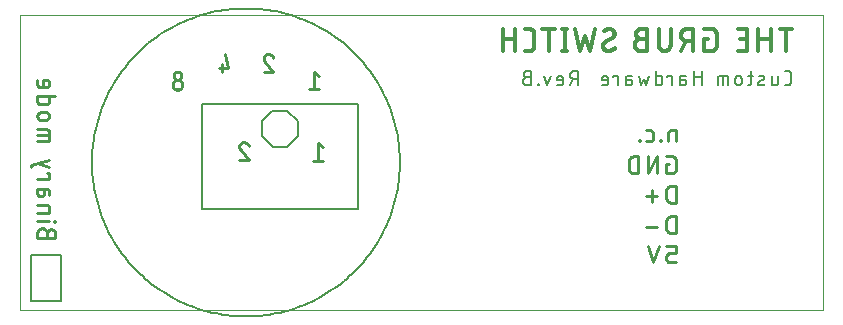
<source format=gbo>
G04 EAGLE Gerber RS-274X export*
G75*
%MOMM*%
%FSLAX34Y34*%
%LPD*%
%INBottom silk*%
%IPPOS*%
%AMOC8*
5,1,8,0,0,1.08239X$1,22.5*%
G01*
%ADD10C,0.330200*%
%ADD11C,0.000000*%
%ADD12C,0.279400*%
%ADD13C,0.254000*%
%ADD14C,0.203200*%
%ADD15C,0.152400*%


D10*
X648254Y219050D02*
X648254Y237592D01*
X643104Y237592D02*
X653405Y237592D01*
X635485Y237592D02*
X635485Y219050D01*
X635485Y229351D02*
X625184Y229351D01*
X625184Y237592D02*
X625184Y219050D01*
X615662Y219050D02*
X607421Y219050D01*
X615662Y219050D02*
X615662Y237592D01*
X607421Y237592D01*
X609481Y229351D02*
X615662Y229351D01*
X582546Y229351D02*
X579456Y229351D01*
X579456Y219050D01*
X585636Y219050D01*
X585763Y219052D01*
X585890Y219058D01*
X586016Y219068D01*
X586142Y219081D01*
X586268Y219099D01*
X586393Y219120D01*
X586517Y219145D01*
X586641Y219174D01*
X586763Y219207D01*
X586885Y219244D01*
X587005Y219284D01*
X587124Y219328D01*
X587242Y219376D01*
X587358Y219427D01*
X587472Y219482D01*
X587585Y219540D01*
X587696Y219602D01*
X587805Y219667D01*
X587912Y219736D01*
X588016Y219807D01*
X588119Y219882D01*
X588219Y219960D01*
X588317Y220041D01*
X588412Y220125D01*
X588504Y220212D01*
X588594Y220302D01*
X588681Y220394D01*
X588765Y220489D01*
X588846Y220587D01*
X588924Y220687D01*
X588999Y220790D01*
X589070Y220894D01*
X589139Y221001D01*
X589204Y221110D01*
X589266Y221221D01*
X589324Y221334D01*
X589379Y221448D01*
X589430Y221564D01*
X589478Y221682D01*
X589522Y221801D01*
X589562Y221921D01*
X589599Y222043D01*
X589632Y222165D01*
X589661Y222289D01*
X589686Y222413D01*
X589707Y222538D01*
X589725Y222664D01*
X589738Y222790D01*
X589748Y222916D01*
X589754Y223043D01*
X589756Y223170D01*
X589757Y223170D02*
X589757Y233472D01*
X589756Y233472D02*
X589754Y233599D01*
X589748Y233726D01*
X589738Y233852D01*
X589725Y233978D01*
X589707Y234104D01*
X589686Y234229D01*
X589661Y234353D01*
X589632Y234477D01*
X589599Y234599D01*
X589562Y234721D01*
X589522Y234841D01*
X589478Y234960D01*
X589430Y235078D01*
X589379Y235194D01*
X589324Y235308D01*
X589266Y235421D01*
X589204Y235532D01*
X589139Y235641D01*
X589070Y235748D01*
X588999Y235852D01*
X588924Y235955D01*
X588846Y236055D01*
X588765Y236153D01*
X588681Y236248D01*
X588594Y236340D01*
X588504Y236430D01*
X588412Y236517D01*
X588317Y236601D01*
X588219Y236682D01*
X588119Y236760D01*
X588016Y236835D01*
X587912Y236906D01*
X587805Y236975D01*
X587696Y237040D01*
X587585Y237102D01*
X587472Y237160D01*
X587358Y237215D01*
X587242Y237266D01*
X587124Y237314D01*
X587005Y237358D01*
X586885Y237398D01*
X586763Y237435D01*
X586641Y237468D01*
X586517Y237497D01*
X586393Y237522D01*
X586268Y237543D01*
X586142Y237561D01*
X586016Y237574D01*
X585890Y237584D01*
X585763Y237590D01*
X585636Y237592D01*
X579456Y237592D01*
X569845Y237592D02*
X569845Y219050D01*
X569845Y237592D02*
X564694Y237592D01*
X564552Y237590D01*
X564410Y237584D01*
X564269Y237574D01*
X564127Y237561D01*
X563986Y237543D01*
X563846Y237522D01*
X563706Y237496D01*
X563568Y237467D01*
X563430Y237434D01*
X563292Y237398D01*
X563156Y237357D01*
X563021Y237313D01*
X562888Y237265D01*
X562756Y237213D01*
X562625Y237158D01*
X562496Y237099D01*
X562368Y237037D01*
X562242Y236971D01*
X562119Y236902D01*
X561997Y236829D01*
X561877Y236753D01*
X561759Y236674D01*
X561643Y236591D01*
X561530Y236506D01*
X561419Y236417D01*
X561311Y236325D01*
X561205Y236231D01*
X561102Y236133D01*
X561002Y236033D01*
X560904Y235930D01*
X560810Y235824D01*
X560718Y235716D01*
X560629Y235605D01*
X560544Y235492D01*
X560461Y235376D01*
X560382Y235258D01*
X560306Y235138D01*
X560233Y235017D01*
X560164Y234893D01*
X560098Y234767D01*
X560036Y234639D01*
X559977Y234510D01*
X559922Y234379D01*
X559870Y234247D01*
X559822Y234114D01*
X559778Y233979D01*
X559737Y233843D01*
X559701Y233705D01*
X559668Y233567D01*
X559639Y233429D01*
X559613Y233289D01*
X559592Y233149D01*
X559574Y233008D01*
X559561Y232866D01*
X559551Y232725D01*
X559545Y232583D01*
X559543Y232441D01*
X559545Y232299D01*
X559551Y232157D01*
X559561Y232016D01*
X559574Y231874D01*
X559592Y231733D01*
X559613Y231593D01*
X559639Y231453D01*
X559668Y231315D01*
X559701Y231177D01*
X559737Y231039D01*
X559778Y230903D01*
X559822Y230768D01*
X559870Y230635D01*
X559922Y230503D01*
X559977Y230372D01*
X560036Y230243D01*
X560098Y230115D01*
X560164Y229989D01*
X560233Y229866D01*
X560306Y229744D01*
X560382Y229624D01*
X560461Y229506D01*
X560544Y229390D01*
X560629Y229277D01*
X560718Y229166D01*
X560810Y229058D01*
X560904Y228952D01*
X561002Y228849D01*
X561102Y228749D01*
X561205Y228651D01*
X561311Y228557D01*
X561419Y228465D01*
X561530Y228376D01*
X561643Y228291D01*
X561759Y228208D01*
X561877Y228129D01*
X561997Y228053D01*
X562118Y227980D01*
X562242Y227911D01*
X562368Y227845D01*
X562496Y227783D01*
X562625Y227724D01*
X562756Y227669D01*
X562888Y227617D01*
X563021Y227569D01*
X563156Y227525D01*
X563292Y227484D01*
X563430Y227448D01*
X563568Y227415D01*
X563706Y227386D01*
X563846Y227360D01*
X563986Y227339D01*
X564127Y227321D01*
X564269Y227308D01*
X564410Y227298D01*
X564552Y227292D01*
X564694Y227290D01*
X564694Y227291D02*
X569845Y227291D01*
X563664Y227291D02*
X559544Y219050D01*
X550826Y224201D02*
X550826Y237592D01*
X550827Y224201D02*
X550825Y224059D01*
X550819Y223917D01*
X550809Y223776D01*
X550796Y223634D01*
X550778Y223493D01*
X550757Y223353D01*
X550731Y223213D01*
X550702Y223075D01*
X550669Y222937D01*
X550633Y222799D01*
X550592Y222663D01*
X550548Y222528D01*
X550500Y222395D01*
X550448Y222263D01*
X550393Y222132D01*
X550334Y222003D01*
X550272Y221875D01*
X550206Y221749D01*
X550137Y221625D01*
X550064Y221504D01*
X549988Y221384D01*
X549909Y221266D01*
X549826Y221150D01*
X549741Y221037D01*
X549652Y220926D01*
X549560Y220818D01*
X549466Y220712D01*
X549368Y220609D01*
X549268Y220509D01*
X549165Y220411D01*
X549059Y220317D01*
X548951Y220225D01*
X548840Y220136D01*
X548727Y220051D01*
X548611Y219968D01*
X548493Y219889D01*
X548373Y219813D01*
X548251Y219740D01*
X548128Y219671D01*
X548002Y219605D01*
X547874Y219543D01*
X547745Y219484D01*
X547614Y219429D01*
X547482Y219377D01*
X547349Y219329D01*
X547214Y219285D01*
X547078Y219244D01*
X546940Y219208D01*
X546802Y219175D01*
X546664Y219146D01*
X546524Y219120D01*
X546384Y219099D01*
X546243Y219081D01*
X546101Y219068D01*
X545960Y219058D01*
X545818Y219052D01*
X545676Y219050D01*
X545534Y219052D01*
X545392Y219058D01*
X545251Y219068D01*
X545109Y219081D01*
X544968Y219099D01*
X544828Y219120D01*
X544688Y219146D01*
X544550Y219175D01*
X544412Y219208D01*
X544274Y219244D01*
X544138Y219285D01*
X544003Y219329D01*
X543870Y219377D01*
X543738Y219429D01*
X543607Y219484D01*
X543478Y219543D01*
X543350Y219605D01*
X543224Y219671D01*
X543101Y219740D01*
X542979Y219813D01*
X542859Y219889D01*
X542741Y219968D01*
X542625Y220051D01*
X542512Y220136D01*
X542401Y220225D01*
X542293Y220317D01*
X542187Y220411D01*
X542084Y220509D01*
X541984Y220609D01*
X541886Y220712D01*
X541792Y220818D01*
X541700Y220926D01*
X541611Y221037D01*
X541526Y221150D01*
X541443Y221266D01*
X541364Y221384D01*
X541288Y221504D01*
X541215Y221626D01*
X541146Y221749D01*
X541080Y221875D01*
X541018Y222003D01*
X540959Y222132D01*
X540904Y222263D01*
X540852Y222395D01*
X540804Y222528D01*
X540760Y222663D01*
X540719Y222799D01*
X540683Y222937D01*
X540650Y223075D01*
X540621Y223213D01*
X540595Y223353D01*
X540574Y223493D01*
X540556Y223634D01*
X540543Y223776D01*
X540533Y223917D01*
X540527Y224059D01*
X540525Y224201D01*
X540525Y237592D01*
X530734Y229351D02*
X525583Y229351D01*
X525583Y229352D02*
X525441Y229350D01*
X525299Y229344D01*
X525158Y229334D01*
X525016Y229321D01*
X524875Y229303D01*
X524735Y229282D01*
X524595Y229256D01*
X524457Y229227D01*
X524319Y229194D01*
X524181Y229158D01*
X524045Y229117D01*
X523910Y229073D01*
X523777Y229025D01*
X523645Y228973D01*
X523514Y228918D01*
X523385Y228859D01*
X523257Y228797D01*
X523131Y228731D01*
X523008Y228662D01*
X522886Y228589D01*
X522766Y228513D01*
X522648Y228434D01*
X522532Y228351D01*
X522419Y228266D01*
X522308Y228177D01*
X522200Y228085D01*
X522094Y227991D01*
X521991Y227893D01*
X521891Y227793D01*
X521793Y227690D01*
X521699Y227584D01*
X521607Y227476D01*
X521518Y227365D01*
X521433Y227252D01*
X521350Y227136D01*
X521271Y227018D01*
X521195Y226898D01*
X521122Y226777D01*
X521053Y226653D01*
X520987Y226527D01*
X520925Y226399D01*
X520866Y226270D01*
X520811Y226139D01*
X520759Y226007D01*
X520711Y225874D01*
X520667Y225739D01*
X520626Y225603D01*
X520590Y225465D01*
X520557Y225327D01*
X520528Y225189D01*
X520502Y225049D01*
X520481Y224909D01*
X520463Y224768D01*
X520450Y224626D01*
X520440Y224485D01*
X520434Y224343D01*
X520432Y224201D01*
X520434Y224059D01*
X520440Y223917D01*
X520450Y223776D01*
X520463Y223634D01*
X520481Y223493D01*
X520502Y223353D01*
X520528Y223213D01*
X520557Y223075D01*
X520590Y222937D01*
X520626Y222799D01*
X520667Y222663D01*
X520711Y222528D01*
X520759Y222395D01*
X520811Y222263D01*
X520866Y222132D01*
X520925Y222003D01*
X520987Y221875D01*
X521053Y221749D01*
X521122Y221626D01*
X521195Y221504D01*
X521271Y221384D01*
X521350Y221266D01*
X521433Y221150D01*
X521518Y221037D01*
X521607Y220926D01*
X521699Y220818D01*
X521793Y220712D01*
X521891Y220609D01*
X521991Y220509D01*
X522094Y220411D01*
X522200Y220317D01*
X522308Y220225D01*
X522419Y220136D01*
X522532Y220051D01*
X522648Y219968D01*
X522766Y219889D01*
X522886Y219813D01*
X523007Y219740D01*
X523131Y219671D01*
X523257Y219605D01*
X523385Y219543D01*
X523514Y219484D01*
X523645Y219429D01*
X523777Y219377D01*
X523910Y219329D01*
X524045Y219285D01*
X524181Y219244D01*
X524319Y219208D01*
X524457Y219175D01*
X524595Y219146D01*
X524735Y219120D01*
X524875Y219099D01*
X525016Y219081D01*
X525158Y219068D01*
X525299Y219058D01*
X525441Y219052D01*
X525583Y219050D01*
X530734Y219050D01*
X530734Y237592D01*
X525583Y237592D01*
X525456Y237590D01*
X525329Y237584D01*
X525203Y237574D01*
X525077Y237561D01*
X524951Y237543D01*
X524826Y237522D01*
X524702Y237497D01*
X524578Y237468D01*
X524456Y237435D01*
X524334Y237398D01*
X524214Y237358D01*
X524095Y237314D01*
X523977Y237266D01*
X523861Y237215D01*
X523747Y237160D01*
X523634Y237102D01*
X523523Y237040D01*
X523414Y236975D01*
X523307Y236906D01*
X523203Y236835D01*
X523100Y236760D01*
X523000Y236682D01*
X522902Y236601D01*
X522807Y236517D01*
X522715Y236430D01*
X522625Y236340D01*
X522538Y236248D01*
X522454Y236153D01*
X522373Y236055D01*
X522295Y235955D01*
X522220Y235852D01*
X522149Y235748D01*
X522080Y235641D01*
X522015Y235532D01*
X521953Y235421D01*
X521895Y235308D01*
X521840Y235194D01*
X521789Y235078D01*
X521741Y234960D01*
X521697Y234841D01*
X521657Y234721D01*
X521620Y234599D01*
X521587Y234477D01*
X521558Y234353D01*
X521533Y234229D01*
X521512Y234104D01*
X521494Y233978D01*
X521481Y233852D01*
X521471Y233726D01*
X521465Y233599D01*
X521463Y233472D01*
X521465Y233345D01*
X521471Y233218D01*
X521481Y233092D01*
X521494Y232966D01*
X521512Y232840D01*
X521533Y232715D01*
X521558Y232591D01*
X521587Y232467D01*
X521620Y232345D01*
X521657Y232223D01*
X521697Y232103D01*
X521741Y231984D01*
X521789Y231866D01*
X521840Y231750D01*
X521895Y231636D01*
X521953Y231523D01*
X522015Y231412D01*
X522080Y231303D01*
X522149Y231196D01*
X522220Y231092D01*
X522295Y230989D01*
X522373Y230889D01*
X522454Y230791D01*
X522538Y230696D01*
X522625Y230604D01*
X522715Y230514D01*
X522807Y230427D01*
X522902Y230343D01*
X523000Y230262D01*
X523100Y230184D01*
X523203Y230109D01*
X523307Y230038D01*
X523414Y229969D01*
X523523Y229904D01*
X523634Y229842D01*
X523747Y229784D01*
X523861Y229729D01*
X523977Y229678D01*
X524095Y229630D01*
X524214Y229586D01*
X524334Y229546D01*
X524456Y229509D01*
X524578Y229476D01*
X524702Y229447D01*
X524826Y229422D01*
X524951Y229401D01*
X525077Y229383D01*
X525203Y229370D01*
X525329Y229360D01*
X525456Y229354D01*
X525583Y229352D01*
X497682Y219050D02*
X497555Y219052D01*
X497428Y219058D01*
X497302Y219068D01*
X497176Y219081D01*
X497050Y219099D01*
X496925Y219120D01*
X496801Y219145D01*
X496677Y219174D01*
X496555Y219207D01*
X496433Y219244D01*
X496313Y219284D01*
X496194Y219328D01*
X496076Y219376D01*
X495960Y219427D01*
X495846Y219482D01*
X495733Y219540D01*
X495622Y219602D01*
X495513Y219667D01*
X495406Y219736D01*
X495302Y219807D01*
X495199Y219882D01*
X495099Y219960D01*
X495001Y220041D01*
X494906Y220125D01*
X494814Y220212D01*
X494724Y220302D01*
X494637Y220394D01*
X494553Y220489D01*
X494472Y220587D01*
X494394Y220687D01*
X494319Y220790D01*
X494248Y220894D01*
X494179Y221001D01*
X494114Y221110D01*
X494052Y221221D01*
X493994Y221334D01*
X493939Y221448D01*
X493888Y221564D01*
X493840Y221682D01*
X493796Y221801D01*
X493756Y221921D01*
X493719Y222043D01*
X493686Y222165D01*
X493657Y222289D01*
X493632Y222413D01*
X493611Y222538D01*
X493593Y222664D01*
X493580Y222790D01*
X493570Y222916D01*
X493564Y223043D01*
X493562Y223170D01*
X497682Y219050D02*
X497890Y219052D01*
X498098Y219060D01*
X498306Y219072D01*
X498514Y219090D01*
X498721Y219112D01*
X498927Y219140D01*
X499133Y219172D01*
X499338Y219209D01*
X499542Y219251D01*
X499745Y219298D01*
X499946Y219350D01*
X500147Y219406D01*
X500346Y219468D01*
X500543Y219534D01*
X500739Y219605D01*
X500933Y219680D01*
X501126Y219760D01*
X501316Y219845D01*
X501504Y219934D01*
X501690Y220028D01*
X501874Y220126D01*
X502055Y220228D01*
X502234Y220335D01*
X502410Y220446D01*
X502583Y220561D01*
X502754Y220681D01*
X502922Y220804D01*
X503087Y220931D01*
X503248Y221063D01*
X503407Y221198D01*
X503562Y221337D01*
X503714Y221479D01*
X503862Y221625D01*
X503347Y233472D02*
X503345Y233599D01*
X503339Y233726D01*
X503329Y233852D01*
X503316Y233978D01*
X503298Y234104D01*
X503277Y234229D01*
X503252Y234353D01*
X503223Y234477D01*
X503190Y234599D01*
X503153Y234721D01*
X503113Y234841D01*
X503069Y234960D01*
X503021Y235078D01*
X502970Y235194D01*
X502915Y235308D01*
X502857Y235421D01*
X502795Y235532D01*
X502730Y235641D01*
X502661Y235748D01*
X502590Y235852D01*
X502515Y235955D01*
X502437Y236055D01*
X502356Y236153D01*
X502272Y236248D01*
X502185Y236340D01*
X502095Y236430D01*
X502003Y236517D01*
X501908Y236601D01*
X501810Y236682D01*
X501710Y236760D01*
X501607Y236835D01*
X501503Y236906D01*
X501396Y236975D01*
X501287Y237040D01*
X501176Y237102D01*
X501063Y237160D01*
X500949Y237215D01*
X500833Y237266D01*
X500715Y237314D01*
X500596Y237358D01*
X500476Y237398D01*
X500354Y237435D01*
X500232Y237468D01*
X500108Y237497D01*
X499984Y237522D01*
X499859Y237543D01*
X499733Y237561D01*
X499607Y237574D01*
X499481Y237584D01*
X499354Y237590D01*
X499227Y237592D01*
X499043Y237590D01*
X498859Y237583D01*
X498675Y237572D01*
X498492Y237557D01*
X498308Y237537D01*
X498126Y237513D01*
X497944Y237485D01*
X497763Y237452D01*
X497582Y237415D01*
X497403Y237374D01*
X497225Y237328D01*
X497047Y237278D01*
X496871Y237224D01*
X496697Y237166D01*
X496523Y237104D01*
X496352Y237037D01*
X496182Y236966D01*
X496013Y236892D01*
X495847Y236813D01*
X495682Y236731D01*
X495520Y236644D01*
X495359Y236554D01*
X495201Y236460D01*
X495045Y236362D01*
X494891Y236261D01*
X494740Y236155D01*
X494591Y236047D01*
X501288Y229866D02*
X501397Y229933D01*
X501504Y230003D01*
X501609Y230076D01*
X501711Y230152D01*
X501811Y230232D01*
X501909Y230314D01*
X502004Y230399D01*
X502097Y230487D01*
X502186Y230578D01*
X502273Y230672D01*
X502357Y230768D01*
X502439Y230867D01*
X502517Y230968D01*
X502591Y231072D01*
X502663Y231178D01*
X502732Y231286D01*
X502797Y231396D01*
X502858Y231508D01*
X502917Y231621D01*
X502971Y231737D01*
X503023Y231854D01*
X503070Y231972D01*
X503114Y232092D01*
X503154Y232214D01*
X503191Y232336D01*
X503224Y232460D01*
X503253Y232584D01*
X503278Y232709D01*
X503299Y232835D01*
X503317Y232962D01*
X503330Y233089D01*
X503340Y233217D01*
X503346Y233344D01*
X503348Y233472D01*
X495621Y226776D02*
X495512Y226709D01*
X495405Y226639D01*
X495300Y226566D01*
X495198Y226490D01*
X495098Y226410D01*
X495000Y226328D01*
X494905Y226243D01*
X494812Y226155D01*
X494723Y226064D01*
X494636Y225970D01*
X494552Y225874D01*
X494470Y225775D01*
X494392Y225674D01*
X494318Y225570D01*
X494246Y225464D01*
X494178Y225356D01*
X494112Y225246D01*
X494051Y225134D01*
X493992Y225021D01*
X493938Y224905D01*
X493886Y224788D01*
X493839Y224670D01*
X493795Y224550D01*
X493755Y224428D01*
X493718Y224306D01*
X493685Y224182D01*
X493656Y224058D01*
X493631Y223933D01*
X493610Y223807D01*
X493592Y223680D01*
X493579Y223553D01*
X493569Y223425D01*
X493563Y223298D01*
X493561Y223170D01*
X495622Y226776D02*
X501287Y229866D01*
X486561Y237592D02*
X482440Y219050D01*
X478320Y231411D01*
X474199Y219050D01*
X470079Y237592D01*
X461017Y237592D02*
X461017Y219050D01*
X458957Y219050D02*
X463078Y219050D01*
X463078Y237592D02*
X458957Y237592D01*
X447423Y237592D02*
X447423Y219050D01*
X452573Y237592D02*
X442272Y237592D01*
X431205Y219050D02*
X427085Y219050D01*
X431205Y219050D02*
X431332Y219052D01*
X431459Y219058D01*
X431585Y219068D01*
X431711Y219081D01*
X431837Y219099D01*
X431962Y219120D01*
X432086Y219145D01*
X432210Y219174D01*
X432332Y219207D01*
X432454Y219244D01*
X432574Y219284D01*
X432693Y219328D01*
X432811Y219376D01*
X432927Y219427D01*
X433041Y219482D01*
X433154Y219540D01*
X433265Y219602D01*
X433374Y219667D01*
X433481Y219736D01*
X433585Y219807D01*
X433688Y219882D01*
X433788Y219960D01*
X433886Y220041D01*
X433981Y220125D01*
X434073Y220212D01*
X434163Y220302D01*
X434250Y220394D01*
X434334Y220489D01*
X434415Y220587D01*
X434493Y220687D01*
X434568Y220790D01*
X434639Y220894D01*
X434708Y221001D01*
X434773Y221110D01*
X434835Y221221D01*
X434893Y221334D01*
X434948Y221448D01*
X434999Y221564D01*
X435047Y221682D01*
X435091Y221801D01*
X435131Y221921D01*
X435168Y222043D01*
X435201Y222165D01*
X435230Y222289D01*
X435255Y222413D01*
X435276Y222538D01*
X435294Y222664D01*
X435307Y222790D01*
X435317Y222916D01*
X435323Y223043D01*
X435325Y223170D01*
X435326Y223170D02*
X435326Y233472D01*
X435325Y233472D02*
X435323Y233599D01*
X435317Y233726D01*
X435307Y233852D01*
X435294Y233978D01*
X435276Y234104D01*
X435255Y234229D01*
X435230Y234353D01*
X435201Y234477D01*
X435168Y234599D01*
X435131Y234721D01*
X435091Y234841D01*
X435047Y234960D01*
X434999Y235078D01*
X434948Y235194D01*
X434893Y235308D01*
X434835Y235421D01*
X434773Y235532D01*
X434708Y235641D01*
X434639Y235748D01*
X434568Y235852D01*
X434493Y235955D01*
X434415Y236055D01*
X434334Y236153D01*
X434250Y236248D01*
X434163Y236340D01*
X434073Y236430D01*
X433981Y236517D01*
X433886Y236601D01*
X433788Y236682D01*
X433688Y236760D01*
X433585Y236835D01*
X433481Y236906D01*
X433374Y236975D01*
X433265Y237040D01*
X433154Y237102D01*
X433041Y237160D01*
X432927Y237215D01*
X432811Y237266D01*
X432693Y237314D01*
X432574Y237358D01*
X432454Y237398D01*
X432332Y237435D01*
X432210Y237468D01*
X432086Y237497D01*
X431962Y237522D01*
X431837Y237543D01*
X431711Y237561D01*
X431585Y237574D01*
X431459Y237584D01*
X431332Y237590D01*
X431205Y237592D01*
X427085Y237592D01*
X419204Y237592D02*
X419204Y219050D01*
X419204Y229351D02*
X408903Y229351D01*
X408903Y237592D02*
X408903Y219050D01*
D11*
X680000Y0D02*
X0Y0D01*
X680000Y0D02*
X680000Y250000D01*
X0Y250000D01*
X0Y0D01*
D12*
X248821Y201549D02*
X252984Y198219D01*
X248821Y201549D02*
X248821Y186563D01*
X252984Y186563D02*
X244658Y186563D01*
X209924Y216409D02*
X209804Y216407D01*
X209684Y216401D01*
X209564Y216392D01*
X209445Y216378D01*
X209326Y216361D01*
X209208Y216340D01*
X209090Y216315D01*
X208974Y216286D01*
X208858Y216254D01*
X208743Y216218D01*
X208630Y216178D01*
X208518Y216135D01*
X208407Y216088D01*
X208298Y216038D01*
X208191Y215984D01*
X208085Y215927D01*
X207982Y215866D01*
X207880Y215802D01*
X207780Y215735D01*
X207683Y215665D01*
X207588Y215592D01*
X207495Y215515D01*
X207405Y215436D01*
X207317Y215354D01*
X207232Y215269D01*
X207150Y215181D01*
X207071Y215091D01*
X206994Y214998D01*
X206921Y214903D01*
X206851Y214806D01*
X206784Y214706D01*
X206720Y214604D01*
X206659Y214501D01*
X206602Y214395D01*
X206548Y214288D01*
X206498Y214179D01*
X206451Y214068D01*
X206408Y213956D01*
X206368Y213843D01*
X206332Y213728D01*
X206300Y213612D01*
X206271Y213496D01*
X206246Y213378D01*
X206225Y213260D01*
X206208Y213141D01*
X206194Y213022D01*
X206185Y212902D01*
X206179Y212782D01*
X206177Y212662D01*
X209924Y216408D02*
X210062Y216406D01*
X210199Y216400D01*
X210336Y216390D01*
X210473Y216377D01*
X210609Y216359D01*
X210745Y216337D01*
X210881Y216312D01*
X211015Y216283D01*
X211148Y216250D01*
X211281Y216213D01*
X211412Y216172D01*
X211543Y216128D01*
X211671Y216080D01*
X211799Y216028D01*
X211925Y215972D01*
X212049Y215913D01*
X212172Y215851D01*
X212292Y215785D01*
X212411Y215716D01*
X212528Y215643D01*
X212643Y215567D01*
X212755Y215487D01*
X212865Y215405D01*
X212973Y215319D01*
X213078Y215231D01*
X213180Y215139D01*
X213280Y215045D01*
X213378Y214947D01*
X213472Y214847D01*
X213564Y214744D01*
X213652Y214639D01*
X213737Y214531D01*
X213820Y214421D01*
X213899Y214309D01*
X213975Y214194D01*
X214048Y214077D01*
X214117Y213958D01*
X214183Y213838D01*
X214245Y213715D01*
X214304Y213591D01*
X214359Y213465D01*
X214411Y213337D01*
X214459Y213208D01*
X214503Y213078D01*
X207427Y209748D02*
X207337Y209836D01*
X207251Y209927D01*
X207167Y210020D01*
X207086Y210116D01*
X207008Y210214D01*
X206934Y210314D01*
X206862Y210417D01*
X206794Y210522D01*
X206729Y210630D01*
X206667Y210739D01*
X206609Y210850D01*
X206554Y210963D01*
X206503Y211077D01*
X206456Y211193D01*
X206412Y211310D01*
X206372Y211429D01*
X206335Y211549D01*
X206302Y211670D01*
X206273Y211792D01*
X206248Y211914D01*
X206227Y212038D01*
X206209Y212162D01*
X206196Y212287D01*
X206186Y212412D01*
X206180Y212537D01*
X206178Y212662D01*
X207426Y209748D02*
X214503Y201422D01*
X206177Y201422D01*
X176403Y204752D02*
X173073Y216408D01*
X176403Y204752D02*
X168077Y204752D01*
X170575Y208082D02*
X170575Y201422D01*
X137414Y190599D02*
X137412Y190727D01*
X137406Y190855D01*
X137396Y190983D01*
X137382Y191111D01*
X137365Y191238D01*
X137343Y191364D01*
X137318Y191490D01*
X137288Y191614D01*
X137255Y191738D01*
X137218Y191861D01*
X137177Y191983D01*
X137133Y192103D01*
X137085Y192222D01*
X137033Y192339D01*
X136978Y192455D01*
X136919Y192568D01*
X136856Y192681D01*
X136790Y192791D01*
X136721Y192898D01*
X136649Y193004D01*
X136573Y193108D01*
X136494Y193209D01*
X136412Y193308D01*
X136327Y193404D01*
X136240Y193497D01*
X136149Y193588D01*
X136056Y193675D01*
X135960Y193760D01*
X135861Y193842D01*
X135760Y193921D01*
X135656Y193997D01*
X135550Y194069D01*
X135443Y194138D01*
X135333Y194204D01*
X135220Y194267D01*
X135107Y194326D01*
X134991Y194381D01*
X134874Y194433D01*
X134755Y194481D01*
X134635Y194525D01*
X134513Y194566D01*
X134390Y194603D01*
X134266Y194636D01*
X134142Y194666D01*
X134016Y194691D01*
X133890Y194713D01*
X133763Y194730D01*
X133635Y194744D01*
X133507Y194754D01*
X133379Y194760D01*
X133251Y194762D01*
X133123Y194760D01*
X132995Y194754D01*
X132867Y194744D01*
X132739Y194730D01*
X132612Y194713D01*
X132486Y194691D01*
X132360Y194666D01*
X132236Y194636D01*
X132112Y194603D01*
X131989Y194566D01*
X131867Y194525D01*
X131747Y194481D01*
X131628Y194433D01*
X131511Y194381D01*
X131395Y194326D01*
X131282Y194267D01*
X131170Y194204D01*
X131059Y194138D01*
X130952Y194069D01*
X130846Y193997D01*
X130742Y193921D01*
X130641Y193842D01*
X130542Y193760D01*
X130446Y193675D01*
X130353Y193588D01*
X130262Y193497D01*
X130175Y193404D01*
X130090Y193308D01*
X130008Y193209D01*
X129929Y193108D01*
X129853Y193004D01*
X129781Y192898D01*
X129712Y192791D01*
X129646Y192681D01*
X129583Y192568D01*
X129524Y192455D01*
X129469Y192339D01*
X129417Y192222D01*
X129369Y192103D01*
X129325Y191983D01*
X129284Y191861D01*
X129247Y191738D01*
X129214Y191614D01*
X129184Y191490D01*
X129159Y191364D01*
X129137Y191238D01*
X129120Y191111D01*
X129106Y190983D01*
X129096Y190855D01*
X129090Y190727D01*
X129088Y190599D01*
X129090Y190471D01*
X129096Y190343D01*
X129106Y190215D01*
X129120Y190087D01*
X129137Y189960D01*
X129159Y189834D01*
X129184Y189708D01*
X129214Y189584D01*
X129247Y189460D01*
X129284Y189337D01*
X129325Y189215D01*
X129369Y189095D01*
X129417Y188976D01*
X129469Y188859D01*
X129524Y188743D01*
X129583Y188630D01*
X129646Y188518D01*
X129712Y188407D01*
X129781Y188300D01*
X129853Y188194D01*
X129929Y188090D01*
X130008Y187989D01*
X130090Y187890D01*
X130175Y187794D01*
X130262Y187701D01*
X130353Y187610D01*
X130446Y187523D01*
X130542Y187438D01*
X130641Y187356D01*
X130742Y187277D01*
X130846Y187201D01*
X130952Y187129D01*
X131059Y187060D01*
X131170Y186994D01*
X131282Y186931D01*
X131395Y186872D01*
X131511Y186817D01*
X131628Y186765D01*
X131747Y186717D01*
X131867Y186673D01*
X131989Y186632D01*
X132112Y186595D01*
X132236Y186562D01*
X132360Y186532D01*
X132486Y186507D01*
X132612Y186485D01*
X132739Y186468D01*
X132867Y186454D01*
X132995Y186444D01*
X133123Y186438D01*
X133251Y186436D01*
X133379Y186438D01*
X133507Y186444D01*
X133635Y186454D01*
X133763Y186468D01*
X133890Y186485D01*
X134016Y186507D01*
X134142Y186532D01*
X134266Y186562D01*
X134390Y186595D01*
X134513Y186632D01*
X134635Y186673D01*
X134755Y186717D01*
X134874Y186765D01*
X134991Y186817D01*
X135107Y186872D01*
X135220Y186931D01*
X135332Y186994D01*
X135443Y187060D01*
X135550Y187129D01*
X135656Y187201D01*
X135760Y187277D01*
X135861Y187356D01*
X135960Y187438D01*
X136056Y187523D01*
X136149Y187610D01*
X136240Y187701D01*
X136327Y187794D01*
X136412Y187890D01*
X136494Y187989D01*
X136573Y188090D01*
X136649Y188194D01*
X136721Y188300D01*
X136790Y188407D01*
X136856Y188517D01*
X136919Y188630D01*
X136978Y188743D01*
X137033Y188859D01*
X137085Y188976D01*
X137133Y189095D01*
X137177Y189215D01*
X137218Y189337D01*
X137255Y189460D01*
X137288Y189584D01*
X137318Y189708D01*
X137343Y189834D01*
X137365Y189960D01*
X137382Y190087D01*
X137396Y190215D01*
X137406Y190343D01*
X137412Y190471D01*
X137414Y190599D01*
X136581Y198092D02*
X136579Y198206D01*
X136573Y198319D01*
X136564Y198433D01*
X136550Y198545D01*
X136533Y198658D01*
X136511Y198770D01*
X136486Y198880D01*
X136458Y198990D01*
X136425Y199099D01*
X136389Y199207D01*
X136349Y199314D01*
X136305Y199419D01*
X136258Y199522D01*
X136208Y199624D01*
X136154Y199724D01*
X136096Y199822D01*
X136035Y199918D01*
X135972Y200012D01*
X135904Y200104D01*
X135834Y200194D01*
X135761Y200280D01*
X135685Y200365D01*
X135606Y200447D01*
X135524Y200526D01*
X135439Y200602D01*
X135353Y200675D01*
X135263Y200745D01*
X135171Y200813D01*
X135077Y200876D01*
X134981Y200937D01*
X134883Y200995D01*
X134783Y201049D01*
X134681Y201099D01*
X134578Y201146D01*
X134473Y201190D01*
X134366Y201230D01*
X134258Y201266D01*
X134149Y201299D01*
X134039Y201327D01*
X133929Y201352D01*
X133817Y201374D01*
X133704Y201391D01*
X133592Y201405D01*
X133478Y201414D01*
X133365Y201420D01*
X133251Y201422D01*
X133137Y201420D01*
X133024Y201414D01*
X132910Y201405D01*
X132798Y201391D01*
X132685Y201374D01*
X132573Y201352D01*
X132463Y201327D01*
X132353Y201299D01*
X132244Y201266D01*
X132136Y201230D01*
X132029Y201190D01*
X131924Y201146D01*
X131821Y201099D01*
X131719Y201049D01*
X131619Y200995D01*
X131521Y200937D01*
X131425Y200876D01*
X131331Y200813D01*
X131239Y200745D01*
X131149Y200675D01*
X131063Y200602D01*
X130978Y200526D01*
X130896Y200447D01*
X130817Y200365D01*
X130741Y200280D01*
X130668Y200194D01*
X130598Y200104D01*
X130530Y200012D01*
X130467Y199918D01*
X130406Y199822D01*
X130348Y199724D01*
X130294Y199624D01*
X130244Y199522D01*
X130197Y199419D01*
X130153Y199314D01*
X130113Y199207D01*
X130077Y199099D01*
X130044Y198990D01*
X130016Y198880D01*
X129991Y198770D01*
X129969Y198658D01*
X129952Y198545D01*
X129938Y198433D01*
X129929Y198319D01*
X129923Y198206D01*
X129921Y198092D01*
X129923Y197978D01*
X129929Y197865D01*
X129938Y197751D01*
X129952Y197639D01*
X129969Y197526D01*
X129991Y197414D01*
X130016Y197304D01*
X130044Y197194D01*
X130077Y197085D01*
X130113Y196977D01*
X130153Y196870D01*
X130197Y196765D01*
X130244Y196662D01*
X130294Y196560D01*
X130348Y196460D01*
X130406Y196362D01*
X130467Y196266D01*
X130530Y196172D01*
X130598Y196080D01*
X130668Y195990D01*
X130741Y195904D01*
X130817Y195819D01*
X130896Y195737D01*
X130978Y195658D01*
X131063Y195582D01*
X131149Y195509D01*
X131239Y195439D01*
X131331Y195371D01*
X131425Y195308D01*
X131521Y195247D01*
X131619Y195189D01*
X131719Y195135D01*
X131821Y195085D01*
X131924Y195038D01*
X132029Y194994D01*
X132136Y194954D01*
X132244Y194918D01*
X132353Y194885D01*
X132463Y194857D01*
X132573Y194832D01*
X132685Y194810D01*
X132798Y194793D01*
X132910Y194779D01*
X133024Y194770D01*
X133137Y194764D01*
X133251Y194762D01*
X133365Y194764D01*
X133478Y194770D01*
X133592Y194779D01*
X133704Y194793D01*
X133817Y194810D01*
X133929Y194832D01*
X134039Y194857D01*
X134149Y194885D01*
X134258Y194918D01*
X134366Y194954D01*
X134473Y194994D01*
X134578Y195038D01*
X134681Y195085D01*
X134783Y195135D01*
X134883Y195189D01*
X134981Y195247D01*
X135077Y195308D01*
X135171Y195371D01*
X135263Y195439D01*
X135353Y195509D01*
X135439Y195582D01*
X135524Y195658D01*
X135606Y195737D01*
X135685Y195819D01*
X135761Y195904D01*
X135834Y195990D01*
X135904Y196080D01*
X135972Y196172D01*
X136035Y196266D01*
X136096Y196362D01*
X136154Y196460D01*
X136208Y196560D01*
X136258Y196662D01*
X136305Y196765D01*
X136349Y196870D01*
X136389Y196977D01*
X136425Y197085D01*
X136458Y197194D01*
X136486Y197304D01*
X136511Y197414D01*
X136533Y197526D01*
X136550Y197639D01*
X136564Y197751D01*
X136573Y197865D01*
X136579Y197978D01*
X136581Y198092D01*
X22923Y64790D02*
X22923Y60628D01*
X22923Y64790D02*
X22921Y64918D01*
X22915Y65046D01*
X22905Y65174D01*
X22891Y65302D01*
X22874Y65429D01*
X22852Y65555D01*
X22827Y65681D01*
X22797Y65805D01*
X22764Y65929D01*
X22727Y66052D01*
X22686Y66174D01*
X22642Y66294D01*
X22594Y66413D01*
X22542Y66530D01*
X22487Y66646D01*
X22428Y66759D01*
X22365Y66872D01*
X22299Y66982D01*
X22230Y67089D01*
X22158Y67195D01*
X22082Y67299D01*
X22003Y67400D01*
X21921Y67499D01*
X21836Y67595D01*
X21749Y67688D01*
X21658Y67779D01*
X21565Y67866D01*
X21469Y67951D01*
X21370Y68033D01*
X21269Y68112D01*
X21165Y68188D01*
X21059Y68260D01*
X20952Y68329D01*
X20842Y68395D01*
X20729Y68458D01*
X20616Y68517D01*
X20500Y68572D01*
X20383Y68624D01*
X20264Y68672D01*
X20144Y68716D01*
X20022Y68757D01*
X19899Y68794D01*
X19775Y68827D01*
X19651Y68857D01*
X19525Y68882D01*
X19399Y68904D01*
X19272Y68921D01*
X19144Y68935D01*
X19016Y68945D01*
X18888Y68951D01*
X18760Y68953D01*
X18632Y68951D01*
X18504Y68945D01*
X18376Y68935D01*
X18248Y68921D01*
X18121Y68904D01*
X17995Y68882D01*
X17869Y68857D01*
X17745Y68827D01*
X17621Y68794D01*
X17498Y68757D01*
X17376Y68716D01*
X17256Y68672D01*
X17137Y68624D01*
X17020Y68572D01*
X16904Y68517D01*
X16791Y68458D01*
X16679Y68395D01*
X16568Y68329D01*
X16461Y68260D01*
X16355Y68188D01*
X16251Y68112D01*
X16150Y68033D01*
X16051Y67951D01*
X15955Y67866D01*
X15862Y67779D01*
X15771Y67688D01*
X15684Y67595D01*
X15599Y67499D01*
X15517Y67400D01*
X15438Y67299D01*
X15362Y67195D01*
X15290Y67089D01*
X15221Y66982D01*
X15155Y66872D01*
X15092Y66759D01*
X15033Y66646D01*
X14978Y66530D01*
X14926Y66413D01*
X14878Y66294D01*
X14834Y66174D01*
X14793Y66052D01*
X14756Y65929D01*
X14723Y65805D01*
X14693Y65681D01*
X14668Y65555D01*
X14646Y65429D01*
X14629Y65302D01*
X14615Y65174D01*
X14605Y65046D01*
X14599Y64918D01*
X14597Y64790D01*
X14598Y64790D02*
X14598Y60628D01*
X29584Y60628D01*
X29584Y64790D01*
X29583Y64790D02*
X29581Y64904D01*
X29575Y65017D01*
X29566Y65131D01*
X29552Y65243D01*
X29535Y65356D01*
X29513Y65468D01*
X29488Y65578D01*
X29460Y65688D01*
X29427Y65797D01*
X29391Y65905D01*
X29351Y66012D01*
X29307Y66117D01*
X29260Y66220D01*
X29210Y66322D01*
X29156Y66422D01*
X29098Y66520D01*
X29037Y66616D01*
X28974Y66710D01*
X28906Y66802D01*
X28836Y66892D01*
X28763Y66978D01*
X28687Y67063D01*
X28608Y67145D01*
X28526Y67224D01*
X28441Y67300D01*
X28355Y67373D01*
X28265Y67443D01*
X28173Y67511D01*
X28079Y67574D01*
X27983Y67635D01*
X27885Y67693D01*
X27785Y67747D01*
X27683Y67797D01*
X27580Y67844D01*
X27475Y67888D01*
X27368Y67928D01*
X27260Y67964D01*
X27151Y67997D01*
X27041Y68025D01*
X26931Y68050D01*
X26819Y68072D01*
X26706Y68089D01*
X26594Y68103D01*
X26480Y68112D01*
X26367Y68118D01*
X26253Y68120D01*
X26139Y68118D01*
X26026Y68112D01*
X25912Y68103D01*
X25800Y68089D01*
X25687Y68072D01*
X25575Y68050D01*
X25465Y68025D01*
X25355Y67997D01*
X25246Y67964D01*
X25138Y67928D01*
X25031Y67888D01*
X24926Y67844D01*
X24823Y67797D01*
X24721Y67747D01*
X24621Y67693D01*
X24523Y67635D01*
X24427Y67574D01*
X24333Y67511D01*
X24241Y67443D01*
X24151Y67373D01*
X24065Y67300D01*
X23980Y67224D01*
X23898Y67145D01*
X23819Y67063D01*
X23743Y66978D01*
X23670Y66892D01*
X23600Y66802D01*
X23532Y66710D01*
X23469Y66616D01*
X23408Y66520D01*
X23350Y66422D01*
X23296Y66322D01*
X23246Y66220D01*
X23199Y66117D01*
X23155Y66012D01*
X23115Y65905D01*
X23079Y65797D01*
X23046Y65688D01*
X23018Y65578D01*
X22993Y65468D01*
X22971Y65356D01*
X22954Y65243D01*
X22940Y65131D01*
X22931Y65017D01*
X22925Y64904D01*
X22923Y64790D01*
X24588Y74893D02*
X14598Y74893D01*
X28751Y74477D02*
X29584Y74477D01*
X29584Y75309D01*
X28751Y75309D01*
X28751Y74477D01*
X24588Y81984D02*
X14598Y81984D01*
X24588Y81984D02*
X24588Y86146D01*
X24586Y86244D01*
X24580Y86342D01*
X24571Y86440D01*
X24557Y86537D01*
X24540Y86633D01*
X24519Y86729D01*
X24494Y86824D01*
X24466Y86918D01*
X24434Y87011D01*
X24398Y87102D01*
X24359Y87192D01*
X24316Y87280D01*
X24270Y87367D01*
X24220Y87451D01*
X24167Y87534D01*
X24111Y87614D01*
X24052Y87692D01*
X23990Y87768D01*
X23924Y87842D01*
X23856Y87912D01*
X23786Y87980D01*
X23712Y88045D01*
X23637Y88108D01*
X23558Y88167D01*
X23478Y88223D01*
X23395Y88276D01*
X23311Y88325D01*
X23224Y88372D01*
X23136Y88415D01*
X23046Y88454D01*
X22955Y88490D01*
X22862Y88522D01*
X22768Y88550D01*
X22673Y88575D01*
X22577Y88596D01*
X22481Y88613D01*
X22384Y88627D01*
X22286Y88636D01*
X22188Y88642D01*
X22090Y88644D01*
X22091Y88644D02*
X14598Y88644D01*
X20425Y98855D02*
X20425Y102602D01*
X20425Y98855D02*
X20423Y98749D01*
X20417Y98642D01*
X20408Y98536D01*
X20394Y98431D01*
X20377Y98326D01*
X20355Y98221D01*
X20330Y98118D01*
X20301Y98015D01*
X20269Y97914D01*
X20233Y97814D01*
X20193Y97715D01*
X20149Y97618D01*
X20103Y97523D01*
X20052Y97429D01*
X19998Y97337D01*
X19941Y97247D01*
X19881Y97159D01*
X19817Y97074D01*
X19751Y96991D01*
X19681Y96910D01*
X19609Y96832D01*
X19534Y96757D01*
X19456Y96685D01*
X19375Y96615D01*
X19292Y96549D01*
X19207Y96485D01*
X19119Y96425D01*
X19029Y96368D01*
X18937Y96314D01*
X18843Y96263D01*
X18748Y96217D01*
X18651Y96173D01*
X18552Y96133D01*
X18452Y96097D01*
X18351Y96065D01*
X18248Y96036D01*
X18145Y96011D01*
X18040Y95989D01*
X17935Y95972D01*
X17830Y95958D01*
X17724Y95949D01*
X17617Y95943D01*
X17511Y95941D01*
X17405Y95943D01*
X17298Y95949D01*
X17192Y95958D01*
X17087Y95972D01*
X16982Y95989D01*
X16877Y96011D01*
X16774Y96036D01*
X16671Y96065D01*
X16570Y96097D01*
X16470Y96133D01*
X16371Y96173D01*
X16274Y96217D01*
X16179Y96263D01*
X16085Y96314D01*
X15993Y96368D01*
X15903Y96425D01*
X15815Y96485D01*
X15730Y96549D01*
X15647Y96615D01*
X15566Y96685D01*
X15488Y96757D01*
X15413Y96832D01*
X15341Y96910D01*
X15271Y96991D01*
X15205Y97074D01*
X15141Y97159D01*
X15081Y97247D01*
X15024Y97337D01*
X14970Y97429D01*
X14919Y97523D01*
X14873Y97618D01*
X14829Y97715D01*
X14789Y97814D01*
X14753Y97914D01*
X14721Y98015D01*
X14692Y98118D01*
X14667Y98221D01*
X14645Y98326D01*
X14628Y98431D01*
X14614Y98536D01*
X14605Y98642D01*
X14599Y98749D01*
X14597Y98855D01*
X14598Y98855D02*
X14598Y102602D01*
X22091Y102602D01*
X22189Y102600D01*
X22287Y102594D01*
X22385Y102585D01*
X22482Y102571D01*
X22578Y102554D01*
X22674Y102533D01*
X22769Y102508D01*
X22863Y102480D01*
X22956Y102448D01*
X23047Y102412D01*
X23137Y102373D01*
X23225Y102330D01*
X23312Y102283D01*
X23396Y102234D01*
X23479Y102181D01*
X23559Y102125D01*
X23638Y102066D01*
X23713Y102003D01*
X23787Y101938D01*
X23857Y101870D01*
X23925Y101800D01*
X23991Y101726D01*
X24053Y101650D01*
X24112Y101572D01*
X24168Y101492D01*
X24221Y101409D01*
X24271Y101325D01*
X24317Y101238D01*
X24360Y101150D01*
X24399Y101060D01*
X24435Y100969D01*
X24467Y100876D01*
X24495Y100782D01*
X24520Y100687D01*
X24541Y100591D01*
X24558Y100495D01*
X24572Y100398D01*
X24581Y100300D01*
X24587Y100202D01*
X24589Y100104D01*
X24588Y100104D02*
X24588Y96774D01*
X24588Y110769D02*
X14598Y110769D01*
X24588Y110769D02*
X24588Y115764D01*
X22923Y115764D01*
X9602Y120541D02*
X9602Y122206D01*
X24588Y127201D01*
X24588Y120541D02*
X14598Y123871D01*
X14598Y142843D02*
X24588Y142843D01*
X24588Y150336D01*
X24589Y150336D02*
X24587Y150434D01*
X24581Y150532D01*
X24572Y150630D01*
X24558Y150727D01*
X24541Y150823D01*
X24520Y150919D01*
X24495Y151014D01*
X24467Y151108D01*
X24435Y151201D01*
X24399Y151292D01*
X24360Y151382D01*
X24317Y151470D01*
X24270Y151557D01*
X24221Y151641D01*
X24168Y151724D01*
X24112Y151804D01*
X24053Y151882D01*
X23990Y151958D01*
X23925Y152032D01*
X23857Y152102D01*
X23787Y152170D01*
X23713Y152235D01*
X23637Y152298D01*
X23559Y152357D01*
X23479Y152413D01*
X23396Y152466D01*
X23312Y152515D01*
X23225Y152562D01*
X23137Y152605D01*
X23047Y152644D01*
X22956Y152680D01*
X22863Y152712D01*
X22769Y152740D01*
X22674Y152765D01*
X22578Y152786D01*
X22482Y152803D01*
X22385Y152817D01*
X22287Y152826D01*
X22189Y152832D01*
X22091Y152834D01*
X14598Y152834D01*
X14598Y147839D02*
X24588Y147839D01*
X21258Y160661D02*
X17928Y160661D01*
X21258Y160661D02*
X21372Y160663D01*
X21485Y160669D01*
X21599Y160678D01*
X21711Y160692D01*
X21824Y160709D01*
X21936Y160731D01*
X22046Y160756D01*
X22156Y160784D01*
X22265Y160817D01*
X22373Y160853D01*
X22480Y160893D01*
X22585Y160937D01*
X22688Y160984D01*
X22790Y161034D01*
X22890Y161088D01*
X22988Y161146D01*
X23084Y161207D01*
X23178Y161270D01*
X23270Y161338D01*
X23360Y161408D01*
X23446Y161481D01*
X23531Y161557D01*
X23613Y161636D01*
X23692Y161718D01*
X23768Y161803D01*
X23841Y161889D01*
X23911Y161979D01*
X23979Y162071D01*
X24042Y162165D01*
X24103Y162261D01*
X24161Y162359D01*
X24215Y162459D01*
X24265Y162561D01*
X24312Y162664D01*
X24356Y162769D01*
X24396Y162876D01*
X24432Y162984D01*
X24465Y163093D01*
X24493Y163203D01*
X24518Y163313D01*
X24540Y163425D01*
X24557Y163538D01*
X24571Y163650D01*
X24580Y163764D01*
X24586Y163877D01*
X24588Y163991D01*
X24586Y164105D01*
X24580Y164218D01*
X24571Y164332D01*
X24557Y164444D01*
X24540Y164557D01*
X24518Y164669D01*
X24493Y164779D01*
X24465Y164889D01*
X24432Y164998D01*
X24396Y165106D01*
X24356Y165213D01*
X24312Y165318D01*
X24265Y165421D01*
X24215Y165523D01*
X24161Y165623D01*
X24103Y165721D01*
X24042Y165817D01*
X23979Y165911D01*
X23911Y166003D01*
X23841Y166093D01*
X23768Y166179D01*
X23692Y166264D01*
X23613Y166346D01*
X23531Y166425D01*
X23446Y166501D01*
X23360Y166574D01*
X23270Y166644D01*
X23178Y166712D01*
X23084Y166775D01*
X22988Y166836D01*
X22890Y166894D01*
X22790Y166948D01*
X22688Y166998D01*
X22585Y167045D01*
X22480Y167089D01*
X22373Y167129D01*
X22265Y167165D01*
X22156Y167198D01*
X22046Y167226D01*
X21936Y167251D01*
X21824Y167273D01*
X21711Y167290D01*
X21599Y167304D01*
X21485Y167313D01*
X21372Y167319D01*
X21258Y167321D01*
X17928Y167321D01*
X17814Y167319D01*
X17701Y167313D01*
X17587Y167304D01*
X17475Y167290D01*
X17362Y167273D01*
X17250Y167251D01*
X17140Y167226D01*
X17030Y167198D01*
X16921Y167165D01*
X16813Y167129D01*
X16706Y167089D01*
X16601Y167045D01*
X16498Y166998D01*
X16396Y166948D01*
X16296Y166894D01*
X16198Y166836D01*
X16102Y166775D01*
X16008Y166712D01*
X15916Y166644D01*
X15826Y166574D01*
X15740Y166501D01*
X15655Y166425D01*
X15573Y166346D01*
X15494Y166264D01*
X15418Y166179D01*
X15345Y166093D01*
X15275Y166003D01*
X15207Y165911D01*
X15144Y165817D01*
X15083Y165721D01*
X15025Y165623D01*
X14971Y165523D01*
X14921Y165421D01*
X14874Y165318D01*
X14830Y165213D01*
X14790Y165106D01*
X14754Y164998D01*
X14721Y164889D01*
X14693Y164779D01*
X14668Y164669D01*
X14646Y164557D01*
X14629Y164444D01*
X14615Y164332D01*
X14606Y164218D01*
X14600Y164105D01*
X14598Y163991D01*
X14600Y163877D01*
X14606Y163764D01*
X14615Y163650D01*
X14629Y163538D01*
X14646Y163425D01*
X14668Y163313D01*
X14693Y163203D01*
X14721Y163093D01*
X14754Y162984D01*
X14790Y162876D01*
X14830Y162769D01*
X14874Y162664D01*
X14921Y162561D01*
X14971Y162459D01*
X15025Y162359D01*
X15083Y162261D01*
X15144Y162165D01*
X15207Y162071D01*
X15275Y161979D01*
X15345Y161889D01*
X15418Y161803D01*
X15494Y161718D01*
X15573Y161636D01*
X15655Y161557D01*
X15740Y161481D01*
X15826Y161408D01*
X15916Y161338D01*
X16008Y161270D01*
X16102Y161207D01*
X16198Y161146D01*
X16296Y161088D01*
X16396Y161034D01*
X16498Y160984D01*
X16601Y160937D01*
X16706Y160893D01*
X16813Y160853D01*
X16921Y160817D01*
X17030Y160784D01*
X17140Y160756D01*
X17250Y160731D01*
X17362Y160709D01*
X17475Y160692D01*
X17587Y160678D01*
X17701Y160669D01*
X17814Y160663D01*
X17928Y160661D01*
X14598Y180758D02*
X29584Y180758D01*
X14598Y180758D02*
X14598Y176595D01*
X14597Y176595D02*
X14599Y176497D01*
X14605Y176399D01*
X14614Y176301D01*
X14628Y176204D01*
X14645Y176108D01*
X14666Y176012D01*
X14691Y175917D01*
X14719Y175823D01*
X14751Y175730D01*
X14787Y175639D01*
X14826Y175549D01*
X14869Y175461D01*
X14916Y175374D01*
X14965Y175290D01*
X15018Y175207D01*
X15074Y175127D01*
X15133Y175049D01*
X15196Y174973D01*
X15261Y174899D01*
X15329Y174829D01*
X15399Y174761D01*
X15473Y174696D01*
X15549Y174633D01*
X15627Y174574D01*
X15707Y174518D01*
X15790Y174465D01*
X15874Y174416D01*
X15961Y174369D01*
X16049Y174326D01*
X16139Y174287D01*
X16230Y174251D01*
X16323Y174219D01*
X16417Y174191D01*
X16512Y174166D01*
X16608Y174145D01*
X16704Y174128D01*
X16801Y174114D01*
X16899Y174105D01*
X16997Y174099D01*
X17095Y174097D01*
X22091Y174097D01*
X22189Y174099D01*
X22287Y174105D01*
X22385Y174114D01*
X22482Y174128D01*
X22578Y174145D01*
X22674Y174166D01*
X22769Y174191D01*
X22863Y174219D01*
X22956Y174251D01*
X23047Y174287D01*
X23137Y174326D01*
X23225Y174369D01*
X23312Y174416D01*
X23396Y174465D01*
X23479Y174518D01*
X23559Y174574D01*
X23638Y174633D01*
X23713Y174696D01*
X23787Y174761D01*
X23857Y174829D01*
X23925Y174899D01*
X23991Y174973D01*
X24053Y175049D01*
X24112Y175127D01*
X24168Y175207D01*
X24221Y175290D01*
X24271Y175374D01*
X24317Y175461D01*
X24360Y175549D01*
X24399Y175639D01*
X24435Y175730D01*
X24467Y175823D01*
X24495Y175917D01*
X24520Y176012D01*
X24541Y176108D01*
X24558Y176204D01*
X24572Y176301D01*
X24581Y176399D01*
X24587Y176497D01*
X24589Y176595D01*
X24588Y176595D02*
X24588Y180758D01*
X14598Y190774D02*
X14598Y194936D01*
X14597Y190774D02*
X14599Y190676D01*
X14605Y190578D01*
X14614Y190480D01*
X14628Y190383D01*
X14645Y190287D01*
X14666Y190191D01*
X14691Y190096D01*
X14719Y190002D01*
X14751Y189909D01*
X14787Y189818D01*
X14826Y189728D01*
X14869Y189640D01*
X14916Y189553D01*
X14965Y189469D01*
X15018Y189386D01*
X15074Y189306D01*
X15133Y189228D01*
X15196Y189152D01*
X15261Y189078D01*
X15329Y189008D01*
X15399Y188940D01*
X15473Y188875D01*
X15549Y188812D01*
X15627Y188753D01*
X15707Y188697D01*
X15790Y188644D01*
X15874Y188595D01*
X15961Y188548D01*
X16049Y188505D01*
X16139Y188466D01*
X16230Y188430D01*
X16323Y188398D01*
X16417Y188370D01*
X16512Y188345D01*
X16608Y188324D01*
X16704Y188307D01*
X16801Y188293D01*
X16899Y188284D01*
X16997Y188278D01*
X17095Y188276D01*
X21258Y188276D01*
X21372Y188278D01*
X21485Y188284D01*
X21599Y188293D01*
X21711Y188307D01*
X21824Y188324D01*
X21936Y188346D01*
X22046Y188371D01*
X22156Y188399D01*
X22265Y188432D01*
X22373Y188468D01*
X22480Y188508D01*
X22585Y188552D01*
X22688Y188599D01*
X22790Y188649D01*
X22890Y188703D01*
X22988Y188761D01*
X23084Y188822D01*
X23178Y188885D01*
X23270Y188953D01*
X23360Y189023D01*
X23446Y189096D01*
X23531Y189172D01*
X23613Y189251D01*
X23692Y189333D01*
X23768Y189418D01*
X23841Y189504D01*
X23911Y189594D01*
X23979Y189686D01*
X24042Y189780D01*
X24103Y189876D01*
X24161Y189974D01*
X24215Y190074D01*
X24265Y190176D01*
X24312Y190279D01*
X24356Y190384D01*
X24396Y190491D01*
X24432Y190599D01*
X24465Y190708D01*
X24493Y190818D01*
X24518Y190928D01*
X24540Y191040D01*
X24557Y191153D01*
X24571Y191265D01*
X24580Y191379D01*
X24586Y191492D01*
X24588Y191606D01*
X24586Y191720D01*
X24580Y191833D01*
X24571Y191947D01*
X24557Y192059D01*
X24540Y192172D01*
X24518Y192284D01*
X24493Y192394D01*
X24465Y192504D01*
X24432Y192613D01*
X24396Y192721D01*
X24356Y192828D01*
X24312Y192933D01*
X24265Y193036D01*
X24215Y193138D01*
X24161Y193238D01*
X24103Y193336D01*
X24042Y193432D01*
X23979Y193526D01*
X23911Y193618D01*
X23841Y193708D01*
X23768Y193794D01*
X23692Y193879D01*
X23613Y193961D01*
X23531Y194040D01*
X23446Y194116D01*
X23360Y194189D01*
X23270Y194259D01*
X23178Y194327D01*
X23084Y194390D01*
X22988Y194451D01*
X22890Y194509D01*
X22790Y194563D01*
X22688Y194613D01*
X22585Y194660D01*
X22480Y194704D01*
X22373Y194744D01*
X22265Y194780D01*
X22156Y194813D01*
X22046Y194841D01*
X21936Y194866D01*
X21824Y194888D01*
X21711Y194905D01*
X21599Y194919D01*
X21485Y194928D01*
X21372Y194934D01*
X21258Y194936D01*
X19593Y194936D01*
X19593Y188276D01*
D13*
X550325Y40058D02*
X555066Y40058D01*
X550325Y40057D02*
X550215Y40059D01*
X550105Y40065D01*
X549995Y40074D01*
X549885Y40088D01*
X549776Y40105D01*
X549668Y40126D01*
X549560Y40151D01*
X549454Y40179D01*
X549348Y40212D01*
X549244Y40248D01*
X549141Y40287D01*
X549039Y40330D01*
X548939Y40377D01*
X548841Y40427D01*
X548745Y40480D01*
X548650Y40537D01*
X548557Y40597D01*
X548467Y40661D01*
X548379Y40727D01*
X548293Y40797D01*
X548210Y40869D01*
X548129Y40944D01*
X548051Y41022D01*
X547976Y41103D01*
X547904Y41186D01*
X547834Y41272D01*
X547768Y41360D01*
X547704Y41450D01*
X547644Y41543D01*
X547588Y41637D01*
X547534Y41734D01*
X547484Y41832D01*
X547437Y41932D01*
X547394Y42034D01*
X547355Y42137D01*
X547319Y42241D01*
X547286Y42347D01*
X547258Y42453D01*
X547233Y42561D01*
X547212Y42669D01*
X547195Y42778D01*
X547181Y42888D01*
X547172Y42997D01*
X547166Y43108D01*
X547164Y43218D01*
X547164Y44799D01*
X547166Y44909D01*
X547172Y45020D01*
X547181Y45129D01*
X547195Y45239D01*
X547212Y45348D01*
X547233Y45456D01*
X547258Y45564D01*
X547286Y45670D01*
X547319Y45776D01*
X547355Y45880D01*
X547394Y45983D01*
X547437Y46085D01*
X547484Y46185D01*
X547534Y46283D01*
X547587Y46380D01*
X547644Y46474D01*
X547704Y46567D01*
X547768Y46657D01*
X547834Y46745D01*
X547904Y46831D01*
X547976Y46914D01*
X548051Y46995D01*
X548129Y47073D01*
X548210Y47148D01*
X548293Y47220D01*
X548379Y47290D01*
X548467Y47356D01*
X548557Y47420D01*
X548650Y47480D01*
X548745Y47537D01*
X548841Y47590D01*
X548939Y47640D01*
X549039Y47687D01*
X549141Y47730D01*
X549244Y47769D01*
X549348Y47805D01*
X549454Y47838D01*
X549560Y47866D01*
X549668Y47891D01*
X549776Y47912D01*
X549885Y47929D01*
X549995Y47943D01*
X550105Y47952D01*
X550215Y47958D01*
X550325Y47960D01*
X555066Y47960D01*
X555066Y54282D01*
X547164Y54282D01*
X540990Y54282D02*
X536249Y40058D01*
X531508Y54282D01*
D14*
X647226Y190226D02*
X649936Y190226D01*
X650037Y190228D01*
X650138Y190234D01*
X650239Y190243D01*
X650340Y190256D01*
X650440Y190273D01*
X650539Y190294D01*
X650637Y190318D01*
X650734Y190346D01*
X650831Y190378D01*
X650926Y190413D01*
X651019Y190452D01*
X651111Y190494D01*
X651202Y190540D01*
X651291Y190589D01*
X651377Y190641D01*
X651462Y190697D01*
X651545Y190755D01*
X651625Y190817D01*
X651703Y190882D01*
X651779Y190949D01*
X651852Y191019D01*
X651922Y191092D01*
X651989Y191168D01*
X652054Y191246D01*
X652116Y191326D01*
X652174Y191409D01*
X652230Y191494D01*
X652282Y191580D01*
X652331Y191669D01*
X652377Y191760D01*
X652419Y191852D01*
X652458Y191945D01*
X652493Y192040D01*
X652525Y192137D01*
X652553Y192234D01*
X652577Y192332D01*
X652598Y192431D01*
X652615Y192531D01*
X652628Y192632D01*
X652637Y192733D01*
X652643Y192834D01*
X652645Y192935D01*
X652645Y199709D01*
X652643Y199810D01*
X652637Y199911D01*
X652628Y200012D01*
X652615Y200113D01*
X652598Y200213D01*
X652577Y200312D01*
X652553Y200410D01*
X652525Y200507D01*
X652493Y200604D01*
X652458Y200699D01*
X652419Y200792D01*
X652377Y200884D01*
X652331Y200975D01*
X652282Y201064D01*
X652230Y201150D01*
X652174Y201235D01*
X652116Y201318D01*
X652054Y201398D01*
X651989Y201476D01*
X651922Y201552D01*
X651852Y201625D01*
X651779Y201695D01*
X651703Y201762D01*
X651625Y201827D01*
X651545Y201889D01*
X651462Y201947D01*
X651377Y202003D01*
X651291Y202055D01*
X651202Y202104D01*
X651111Y202150D01*
X651019Y202192D01*
X650926Y202231D01*
X650831Y202266D01*
X650734Y202298D01*
X650637Y202326D01*
X650539Y202350D01*
X650440Y202371D01*
X650340Y202388D01*
X650239Y202401D01*
X650138Y202410D01*
X650037Y202416D01*
X649936Y202418D01*
X647226Y202418D01*
X641675Y198354D02*
X641675Y192258D01*
X641673Y192169D01*
X641667Y192081D01*
X641658Y191993D01*
X641644Y191905D01*
X641627Y191818D01*
X641606Y191732D01*
X641581Y191647D01*
X641552Y191563D01*
X641520Y191480D01*
X641485Y191399D01*
X641445Y191320D01*
X641403Y191242D01*
X641357Y191166D01*
X641308Y191092D01*
X641255Y191021D01*
X641200Y190952D01*
X641141Y190885D01*
X641080Y190821D01*
X641016Y190760D01*
X640949Y190701D01*
X640880Y190646D01*
X640809Y190593D01*
X640735Y190544D01*
X640659Y190498D01*
X640581Y190456D01*
X640502Y190416D01*
X640421Y190381D01*
X640338Y190349D01*
X640254Y190320D01*
X640169Y190295D01*
X640083Y190274D01*
X639996Y190257D01*
X639908Y190243D01*
X639820Y190234D01*
X639732Y190228D01*
X639643Y190226D01*
X636256Y190226D01*
X636256Y198354D01*
X629137Y194967D02*
X625751Y193613D01*
X629137Y194968D02*
X629213Y195000D01*
X629287Y195036D01*
X629360Y195076D01*
X629431Y195118D01*
X629499Y195164D01*
X629565Y195214D01*
X629629Y195266D01*
X629691Y195321D01*
X629749Y195379D01*
X629805Y195440D01*
X629858Y195504D01*
X629908Y195569D01*
X629955Y195637D01*
X629999Y195708D01*
X630039Y195780D01*
X630076Y195854D01*
X630109Y195929D01*
X630138Y196006D01*
X630164Y196085D01*
X630187Y196164D01*
X630205Y196245D01*
X630220Y196326D01*
X630231Y196408D01*
X630238Y196490D01*
X630241Y196573D01*
X630240Y196656D01*
X630235Y196738D01*
X630227Y196820D01*
X630215Y196902D01*
X630198Y196983D01*
X630178Y197063D01*
X630155Y197142D01*
X630127Y197220D01*
X630096Y197296D01*
X630061Y197371D01*
X630023Y197445D01*
X629982Y197516D01*
X629937Y197586D01*
X629889Y197653D01*
X629838Y197718D01*
X629784Y197780D01*
X629727Y197840D01*
X629667Y197897D01*
X629605Y197951D01*
X629540Y198002D01*
X629473Y198050D01*
X629403Y198095D01*
X629332Y198136D01*
X629258Y198174D01*
X629183Y198209D01*
X629107Y198240D01*
X629029Y198268D01*
X628950Y198291D01*
X628870Y198311D01*
X628789Y198328D01*
X628707Y198340D01*
X628625Y198348D01*
X628543Y198353D01*
X628460Y198354D01*
X628275Y198349D01*
X628090Y198340D01*
X627906Y198326D01*
X627722Y198308D01*
X627538Y198286D01*
X627355Y198259D01*
X627173Y198227D01*
X626992Y198191D01*
X626811Y198151D01*
X626632Y198107D01*
X626453Y198058D01*
X626276Y198005D01*
X626100Y197948D01*
X625926Y197886D01*
X625753Y197821D01*
X625582Y197751D01*
X625412Y197677D01*
X625751Y193612D02*
X625675Y193580D01*
X625601Y193544D01*
X625528Y193504D01*
X625457Y193462D01*
X625389Y193416D01*
X625323Y193366D01*
X625259Y193314D01*
X625197Y193259D01*
X625139Y193201D01*
X625083Y193140D01*
X625030Y193076D01*
X624980Y193011D01*
X624933Y192943D01*
X624889Y192872D01*
X624849Y192800D01*
X624813Y192726D01*
X624779Y192651D01*
X624750Y192574D01*
X624724Y192495D01*
X624701Y192416D01*
X624683Y192335D01*
X624668Y192254D01*
X624657Y192172D01*
X624650Y192090D01*
X624647Y192007D01*
X624648Y191925D01*
X624653Y191842D01*
X624661Y191760D01*
X624673Y191678D01*
X624690Y191597D01*
X624710Y191517D01*
X624733Y191438D01*
X624761Y191360D01*
X624792Y191284D01*
X624827Y191209D01*
X624865Y191135D01*
X624906Y191064D01*
X624951Y190995D01*
X624999Y190927D01*
X625050Y190862D01*
X625104Y190800D01*
X625161Y190740D01*
X625221Y190683D01*
X625283Y190629D01*
X625348Y190578D01*
X625415Y190530D01*
X625485Y190485D01*
X625556Y190444D01*
X625630Y190406D01*
X625705Y190371D01*
X625781Y190340D01*
X625859Y190312D01*
X625938Y190289D01*
X626018Y190269D01*
X626099Y190252D01*
X626181Y190240D01*
X626263Y190232D01*
X626345Y190227D01*
X626428Y190226D01*
X626699Y190233D01*
X626971Y190247D01*
X627242Y190267D01*
X627512Y190293D01*
X627782Y190326D01*
X628051Y190365D01*
X628319Y190410D01*
X628585Y190462D01*
X628851Y190520D01*
X629115Y190584D01*
X629377Y190655D01*
X629638Y190732D01*
X629896Y190815D01*
X630153Y190903D01*
X620232Y198354D02*
X616168Y198354D01*
X618877Y202418D02*
X618877Y192258D01*
X618875Y192169D01*
X618869Y192081D01*
X618860Y191993D01*
X618846Y191905D01*
X618829Y191818D01*
X618808Y191732D01*
X618783Y191647D01*
X618754Y191563D01*
X618722Y191480D01*
X618687Y191399D01*
X618647Y191320D01*
X618605Y191242D01*
X618559Y191166D01*
X618510Y191092D01*
X618457Y191021D01*
X618402Y190952D01*
X618343Y190885D01*
X618282Y190821D01*
X618218Y190760D01*
X618151Y190701D01*
X618082Y190646D01*
X618011Y190593D01*
X617937Y190544D01*
X617861Y190498D01*
X617783Y190456D01*
X617704Y190416D01*
X617623Y190381D01*
X617540Y190349D01*
X617456Y190320D01*
X617371Y190295D01*
X617285Y190274D01*
X617198Y190257D01*
X617110Y190243D01*
X617022Y190234D01*
X616934Y190228D01*
X616845Y190226D01*
X616168Y190226D01*
X610951Y192935D02*
X610951Y195645D01*
X610949Y195748D01*
X610943Y195850D01*
X610934Y195952D01*
X610920Y196054D01*
X610903Y196155D01*
X610881Y196255D01*
X610856Y196354D01*
X610828Y196453D01*
X610795Y196550D01*
X610759Y196646D01*
X610720Y196741D01*
X610676Y196834D01*
X610630Y196925D01*
X610579Y197014D01*
X610526Y197102D01*
X610469Y197187D01*
X610409Y197270D01*
X610346Y197351D01*
X610280Y197430D01*
X610211Y197505D01*
X610139Y197579D01*
X610065Y197649D01*
X609988Y197717D01*
X609908Y197781D01*
X609826Y197843D01*
X609742Y197901D01*
X609655Y197956D01*
X609567Y198008D01*
X609476Y198056D01*
X609384Y198101D01*
X609291Y198143D01*
X609195Y198181D01*
X609099Y198215D01*
X609001Y198246D01*
X608902Y198272D01*
X608802Y198296D01*
X608701Y198315D01*
X608600Y198330D01*
X608498Y198342D01*
X608396Y198350D01*
X608293Y198354D01*
X608191Y198354D01*
X608088Y198350D01*
X607986Y198342D01*
X607884Y198330D01*
X607783Y198315D01*
X607682Y198296D01*
X607582Y198272D01*
X607483Y198246D01*
X607385Y198215D01*
X607289Y198181D01*
X607193Y198143D01*
X607100Y198101D01*
X607008Y198056D01*
X606917Y198008D01*
X606829Y197956D01*
X606742Y197901D01*
X606658Y197843D01*
X606576Y197781D01*
X606496Y197717D01*
X606419Y197649D01*
X606345Y197579D01*
X606273Y197505D01*
X606204Y197430D01*
X606138Y197351D01*
X606075Y197270D01*
X606015Y197187D01*
X605958Y197102D01*
X605905Y197014D01*
X605854Y196925D01*
X605808Y196834D01*
X605764Y196741D01*
X605725Y196646D01*
X605689Y196550D01*
X605656Y196453D01*
X605628Y196354D01*
X605603Y196255D01*
X605581Y196155D01*
X605564Y196054D01*
X605550Y195952D01*
X605541Y195850D01*
X605535Y195748D01*
X605533Y195645D01*
X605532Y195645D02*
X605532Y192935D01*
X605533Y192935D02*
X605535Y192832D01*
X605541Y192730D01*
X605550Y192628D01*
X605564Y192526D01*
X605581Y192425D01*
X605603Y192325D01*
X605628Y192226D01*
X605656Y192127D01*
X605689Y192030D01*
X605725Y191934D01*
X605764Y191839D01*
X605808Y191746D01*
X605854Y191655D01*
X605905Y191566D01*
X605958Y191478D01*
X606015Y191393D01*
X606075Y191310D01*
X606138Y191229D01*
X606204Y191150D01*
X606273Y191075D01*
X606345Y191001D01*
X606419Y190931D01*
X606496Y190863D01*
X606576Y190799D01*
X606658Y190737D01*
X606742Y190679D01*
X606829Y190624D01*
X606917Y190572D01*
X607008Y190524D01*
X607100Y190479D01*
X607193Y190437D01*
X607289Y190399D01*
X607385Y190365D01*
X607483Y190334D01*
X607582Y190308D01*
X607682Y190284D01*
X607783Y190265D01*
X607884Y190250D01*
X607986Y190238D01*
X608088Y190230D01*
X608191Y190226D01*
X608293Y190226D01*
X608396Y190230D01*
X608498Y190238D01*
X608600Y190250D01*
X608701Y190265D01*
X608802Y190284D01*
X608902Y190308D01*
X609001Y190334D01*
X609099Y190365D01*
X609195Y190399D01*
X609291Y190437D01*
X609384Y190479D01*
X609476Y190524D01*
X609567Y190572D01*
X609655Y190624D01*
X609742Y190679D01*
X609826Y190737D01*
X609908Y190799D01*
X609988Y190863D01*
X610065Y190931D01*
X610139Y191001D01*
X610211Y191075D01*
X610280Y191150D01*
X610346Y191229D01*
X610409Y191310D01*
X610469Y191393D01*
X610526Y191478D01*
X610579Y191566D01*
X610630Y191655D01*
X610676Y191746D01*
X610720Y191839D01*
X610759Y191934D01*
X610795Y192030D01*
X610828Y192127D01*
X610856Y192226D01*
X610881Y192325D01*
X610903Y192425D01*
X610920Y192526D01*
X610934Y192628D01*
X610943Y192730D01*
X610949Y192832D01*
X610951Y192935D01*
X599077Y190226D02*
X599077Y198354D01*
X592981Y198354D01*
X592892Y198352D01*
X592804Y198346D01*
X592716Y198337D01*
X592628Y198323D01*
X592541Y198306D01*
X592455Y198285D01*
X592370Y198260D01*
X592286Y198231D01*
X592203Y198199D01*
X592122Y198164D01*
X592043Y198124D01*
X591965Y198082D01*
X591889Y198036D01*
X591815Y197987D01*
X591744Y197934D01*
X591675Y197879D01*
X591608Y197820D01*
X591544Y197759D01*
X591483Y197695D01*
X591424Y197628D01*
X591369Y197559D01*
X591316Y197488D01*
X591267Y197414D01*
X591221Y197338D01*
X591179Y197260D01*
X591139Y197181D01*
X591104Y197100D01*
X591072Y197017D01*
X591043Y196933D01*
X591018Y196848D01*
X590997Y196762D01*
X590980Y196675D01*
X590966Y196587D01*
X590957Y196499D01*
X590951Y196411D01*
X590949Y196322D01*
X590949Y190226D01*
X595013Y190226D02*
X595013Y198354D01*
X577064Y202418D02*
X577064Y190226D01*
X577064Y196999D02*
X570291Y196999D01*
X570291Y202418D02*
X570291Y190226D01*
X561733Y194967D02*
X558685Y194967D01*
X561733Y194968D02*
X561830Y194966D01*
X561926Y194960D01*
X562022Y194950D01*
X562118Y194936D01*
X562213Y194919D01*
X562308Y194897D01*
X562401Y194872D01*
X562493Y194843D01*
X562584Y194810D01*
X562674Y194773D01*
X562762Y194733D01*
X562848Y194689D01*
X562932Y194642D01*
X563015Y194592D01*
X563095Y194538D01*
X563173Y194480D01*
X563249Y194420D01*
X563322Y194357D01*
X563392Y194291D01*
X563460Y194221D01*
X563525Y194150D01*
X563587Y194075D01*
X563645Y193998D01*
X563701Y193919D01*
X563753Y193838D01*
X563802Y193754D01*
X563848Y193669D01*
X563890Y193582D01*
X563928Y193493D01*
X563963Y193403D01*
X563994Y193311D01*
X564021Y193218D01*
X564045Y193125D01*
X564064Y193030D01*
X564080Y192934D01*
X564092Y192838D01*
X564100Y192742D01*
X564104Y192645D01*
X564104Y192549D01*
X564100Y192452D01*
X564092Y192356D01*
X564080Y192260D01*
X564064Y192164D01*
X564045Y192069D01*
X564021Y191976D01*
X563994Y191883D01*
X563963Y191791D01*
X563928Y191701D01*
X563890Y191612D01*
X563848Y191525D01*
X563802Y191440D01*
X563753Y191356D01*
X563701Y191275D01*
X563645Y191196D01*
X563587Y191119D01*
X563525Y191044D01*
X563460Y190973D01*
X563392Y190903D01*
X563322Y190837D01*
X563249Y190774D01*
X563173Y190714D01*
X563095Y190656D01*
X563015Y190602D01*
X562932Y190552D01*
X562848Y190505D01*
X562762Y190461D01*
X562674Y190421D01*
X562584Y190384D01*
X562493Y190351D01*
X562401Y190322D01*
X562308Y190297D01*
X562213Y190275D01*
X562118Y190258D01*
X562022Y190244D01*
X561926Y190234D01*
X561830Y190228D01*
X561733Y190226D01*
X558685Y190226D01*
X558685Y196322D01*
X558687Y196411D01*
X558693Y196499D01*
X558702Y196587D01*
X558716Y196675D01*
X558733Y196762D01*
X558754Y196848D01*
X558779Y196933D01*
X558808Y197017D01*
X558840Y197100D01*
X558875Y197181D01*
X558915Y197260D01*
X558957Y197338D01*
X559003Y197414D01*
X559052Y197488D01*
X559105Y197559D01*
X559160Y197628D01*
X559219Y197695D01*
X559280Y197759D01*
X559344Y197820D01*
X559411Y197879D01*
X559480Y197934D01*
X559551Y197987D01*
X559625Y198036D01*
X559701Y198082D01*
X559779Y198124D01*
X559858Y198164D01*
X559939Y198199D01*
X560022Y198231D01*
X560106Y198260D01*
X560191Y198285D01*
X560277Y198306D01*
X560364Y198323D01*
X560452Y198337D01*
X560540Y198346D01*
X560628Y198352D01*
X560717Y198354D01*
X563426Y198354D01*
X551960Y198354D02*
X551960Y190226D01*
X551960Y198354D02*
X547896Y198354D01*
X547896Y196999D01*
X538202Y202418D02*
X538202Y190226D01*
X541589Y190226D01*
X541678Y190228D01*
X541766Y190234D01*
X541854Y190243D01*
X541942Y190257D01*
X542029Y190274D01*
X542115Y190295D01*
X542200Y190320D01*
X542284Y190349D01*
X542367Y190381D01*
X542448Y190416D01*
X542527Y190456D01*
X542605Y190498D01*
X542681Y190544D01*
X542755Y190593D01*
X542826Y190646D01*
X542895Y190701D01*
X542962Y190760D01*
X543026Y190821D01*
X543087Y190885D01*
X543146Y190952D01*
X543201Y191021D01*
X543254Y191092D01*
X543303Y191166D01*
X543349Y191242D01*
X543391Y191320D01*
X543431Y191399D01*
X543466Y191480D01*
X543498Y191563D01*
X543527Y191647D01*
X543552Y191732D01*
X543573Y191818D01*
X543590Y191905D01*
X543604Y191993D01*
X543613Y192081D01*
X543619Y192169D01*
X543621Y192258D01*
X543621Y196322D01*
X543619Y196411D01*
X543613Y196499D01*
X543604Y196587D01*
X543590Y196675D01*
X543573Y196762D01*
X543552Y196848D01*
X543527Y196933D01*
X543498Y197017D01*
X543466Y197100D01*
X543431Y197181D01*
X543391Y197260D01*
X543349Y197338D01*
X543303Y197414D01*
X543254Y197488D01*
X543201Y197559D01*
X543146Y197628D01*
X543087Y197695D01*
X543026Y197759D01*
X542962Y197820D01*
X542895Y197879D01*
X542826Y197934D01*
X542755Y197987D01*
X542681Y198036D01*
X542605Y198082D01*
X542527Y198124D01*
X542448Y198164D01*
X542367Y198199D01*
X542284Y198231D01*
X542200Y198260D01*
X542115Y198285D01*
X542029Y198306D01*
X541942Y198323D01*
X541854Y198337D01*
X541766Y198346D01*
X541678Y198352D01*
X541589Y198354D01*
X538202Y198354D01*
X532082Y198354D02*
X530050Y190226D01*
X528018Y195645D01*
X525986Y190226D01*
X523954Y198354D01*
X516074Y194967D02*
X513026Y194967D01*
X516074Y194968D02*
X516171Y194966D01*
X516267Y194960D01*
X516363Y194950D01*
X516459Y194936D01*
X516554Y194919D01*
X516649Y194897D01*
X516742Y194872D01*
X516834Y194843D01*
X516925Y194810D01*
X517015Y194773D01*
X517103Y194733D01*
X517189Y194689D01*
X517273Y194642D01*
X517356Y194592D01*
X517436Y194538D01*
X517514Y194480D01*
X517590Y194420D01*
X517663Y194357D01*
X517733Y194291D01*
X517801Y194221D01*
X517866Y194150D01*
X517928Y194075D01*
X517986Y193998D01*
X518042Y193919D01*
X518094Y193838D01*
X518143Y193754D01*
X518189Y193669D01*
X518231Y193582D01*
X518269Y193493D01*
X518304Y193403D01*
X518335Y193311D01*
X518362Y193218D01*
X518386Y193125D01*
X518405Y193030D01*
X518421Y192934D01*
X518433Y192838D01*
X518441Y192742D01*
X518445Y192645D01*
X518445Y192549D01*
X518441Y192452D01*
X518433Y192356D01*
X518421Y192260D01*
X518405Y192164D01*
X518386Y192069D01*
X518362Y191976D01*
X518335Y191883D01*
X518304Y191791D01*
X518269Y191701D01*
X518231Y191612D01*
X518189Y191525D01*
X518143Y191440D01*
X518094Y191356D01*
X518042Y191275D01*
X517986Y191196D01*
X517928Y191119D01*
X517866Y191044D01*
X517801Y190973D01*
X517733Y190903D01*
X517663Y190837D01*
X517590Y190774D01*
X517514Y190714D01*
X517436Y190656D01*
X517356Y190602D01*
X517273Y190552D01*
X517189Y190505D01*
X517103Y190461D01*
X517015Y190421D01*
X516925Y190384D01*
X516834Y190351D01*
X516742Y190322D01*
X516649Y190297D01*
X516554Y190275D01*
X516459Y190258D01*
X516363Y190244D01*
X516267Y190234D01*
X516171Y190228D01*
X516074Y190226D01*
X513026Y190226D01*
X513026Y196322D01*
X513028Y196411D01*
X513034Y196499D01*
X513043Y196587D01*
X513057Y196675D01*
X513074Y196762D01*
X513095Y196848D01*
X513120Y196933D01*
X513149Y197017D01*
X513181Y197100D01*
X513216Y197181D01*
X513256Y197260D01*
X513298Y197338D01*
X513344Y197414D01*
X513393Y197488D01*
X513446Y197559D01*
X513501Y197628D01*
X513560Y197695D01*
X513621Y197759D01*
X513685Y197820D01*
X513752Y197879D01*
X513821Y197934D01*
X513892Y197987D01*
X513966Y198036D01*
X514042Y198082D01*
X514120Y198124D01*
X514199Y198164D01*
X514280Y198199D01*
X514363Y198231D01*
X514447Y198260D01*
X514532Y198285D01*
X514618Y198306D01*
X514705Y198323D01*
X514793Y198337D01*
X514881Y198346D01*
X514969Y198352D01*
X515058Y198354D01*
X517767Y198354D01*
X506301Y198354D02*
X506301Y190226D01*
X506301Y198354D02*
X502237Y198354D01*
X502237Y196999D01*
X495838Y190226D02*
X492452Y190226D01*
X495838Y190226D02*
X495927Y190228D01*
X496015Y190234D01*
X496103Y190243D01*
X496191Y190257D01*
X496278Y190274D01*
X496364Y190295D01*
X496449Y190320D01*
X496533Y190349D01*
X496616Y190381D01*
X496697Y190416D01*
X496776Y190456D01*
X496854Y190498D01*
X496930Y190544D01*
X497004Y190593D01*
X497075Y190646D01*
X497144Y190701D01*
X497211Y190760D01*
X497275Y190821D01*
X497336Y190885D01*
X497395Y190952D01*
X497450Y191021D01*
X497503Y191092D01*
X497552Y191166D01*
X497598Y191242D01*
X497640Y191320D01*
X497680Y191399D01*
X497715Y191480D01*
X497747Y191563D01*
X497776Y191647D01*
X497801Y191732D01*
X497822Y191818D01*
X497839Y191905D01*
X497853Y191993D01*
X497862Y192081D01*
X497868Y192169D01*
X497870Y192258D01*
X497870Y195645D01*
X497868Y195748D01*
X497862Y195850D01*
X497853Y195952D01*
X497839Y196054D01*
X497822Y196155D01*
X497800Y196255D01*
X497775Y196354D01*
X497747Y196453D01*
X497714Y196550D01*
X497678Y196646D01*
X497639Y196741D01*
X497595Y196834D01*
X497549Y196925D01*
X497498Y197014D01*
X497445Y197102D01*
X497388Y197187D01*
X497328Y197270D01*
X497265Y197351D01*
X497199Y197430D01*
X497130Y197505D01*
X497058Y197579D01*
X496984Y197649D01*
X496907Y197717D01*
X496827Y197781D01*
X496745Y197843D01*
X496661Y197901D01*
X496574Y197956D01*
X496486Y198008D01*
X496395Y198056D01*
X496303Y198101D01*
X496210Y198143D01*
X496114Y198181D01*
X496018Y198215D01*
X495920Y198246D01*
X495821Y198272D01*
X495721Y198296D01*
X495620Y198315D01*
X495519Y198330D01*
X495417Y198342D01*
X495315Y198350D01*
X495212Y198354D01*
X495110Y198354D01*
X495007Y198350D01*
X494905Y198342D01*
X494803Y198330D01*
X494702Y198315D01*
X494601Y198296D01*
X494501Y198272D01*
X494402Y198246D01*
X494304Y198215D01*
X494208Y198181D01*
X494112Y198143D01*
X494019Y198101D01*
X493927Y198056D01*
X493836Y198008D01*
X493748Y197956D01*
X493661Y197901D01*
X493577Y197843D01*
X493495Y197781D01*
X493415Y197717D01*
X493338Y197649D01*
X493264Y197579D01*
X493192Y197505D01*
X493123Y197430D01*
X493057Y197351D01*
X492994Y197270D01*
X492934Y197187D01*
X492877Y197102D01*
X492824Y197014D01*
X492773Y196925D01*
X492727Y196834D01*
X492683Y196741D01*
X492644Y196646D01*
X492608Y196550D01*
X492575Y196453D01*
X492547Y196354D01*
X492522Y196255D01*
X492500Y196155D01*
X492483Y196054D01*
X492469Y195952D01*
X492460Y195850D01*
X492454Y195748D01*
X492452Y195645D01*
X492452Y194290D01*
X497870Y194290D01*
X472403Y190226D02*
X472403Y202418D01*
X469016Y202418D01*
X468900Y202416D01*
X468785Y202410D01*
X468670Y202400D01*
X468555Y202386D01*
X468441Y202369D01*
X468327Y202347D01*
X468214Y202322D01*
X468102Y202292D01*
X467991Y202259D01*
X467882Y202222D01*
X467773Y202182D01*
X467667Y202138D01*
X467561Y202090D01*
X467458Y202038D01*
X467356Y201983D01*
X467256Y201925D01*
X467158Y201863D01*
X467063Y201798D01*
X466969Y201730D01*
X466879Y201658D01*
X466790Y201584D01*
X466704Y201506D01*
X466621Y201426D01*
X466541Y201343D01*
X466463Y201257D01*
X466389Y201168D01*
X466317Y201078D01*
X466249Y200984D01*
X466184Y200889D01*
X466122Y200791D01*
X466064Y200691D01*
X466009Y200589D01*
X465957Y200486D01*
X465909Y200380D01*
X465865Y200274D01*
X465825Y200165D01*
X465788Y200056D01*
X465755Y199945D01*
X465725Y199833D01*
X465700Y199720D01*
X465678Y199606D01*
X465661Y199492D01*
X465647Y199377D01*
X465637Y199262D01*
X465631Y199147D01*
X465629Y199031D01*
X465631Y198915D01*
X465637Y198800D01*
X465647Y198685D01*
X465661Y198570D01*
X465678Y198456D01*
X465700Y198342D01*
X465725Y198229D01*
X465755Y198117D01*
X465788Y198006D01*
X465825Y197897D01*
X465865Y197788D01*
X465909Y197682D01*
X465957Y197576D01*
X466009Y197473D01*
X466064Y197371D01*
X466122Y197271D01*
X466184Y197173D01*
X466249Y197078D01*
X466317Y196984D01*
X466389Y196894D01*
X466463Y196805D01*
X466541Y196719D01*
X466621Y196636D01*
X466704Y196556D01*
X466790Y196478D01*
X466879Y196404D01*
X466969Y196332D01*
X467063Y196264D01*
X467158Y196199D01*
X467256Y196137D01*
X467356Y196079D01*
X467458Y196024D01*
X467561Y195972D01*
X467667Y195924D01*
X467773Y195880D01*
X467882Y195840D01*
X467991Y195803D01*
X468102Y195770D01*
X468214Y195740D01*
X468327Y195715D01*
X468441Y195693D01*
X468555Y195676D01*
X468670Y195662D01*
X468785Y195652D01*
X468900Y195646D01*
X469016Y195644D01*
X469016Y195645D02*
X472403Y195645D01*
X468339Y195645D02*
X465629Y190226D01*
X457860Y190226D02*
X454473Y190226D01*
X457860Y190226D02*
X457949Y190228D01*
X458037Y190234D01*
X458125Y190243D01*
X458213Y190257D01*
X458300Y190274D01*
X458386Y190295D01*
X458471Y190320D01*
X458555Y190349D01*
X458638Y190381D01*
X458719Y190416D01*
X458798Y190456D01*
X458876Y190498D01*
X458952Y190544D01*
X459026Y190593D01*
X459097Y190646D01*
X459166Y190701D01*
X459233Y190760D01*
X459297Y190821D01*
X459358Y190885D01*
X459417Y190952D01*
X459472Y191021D01*
X459525Y191092D01*
X459574Y191166D01*
X459620Y191242D01*
X459662Y191320D01*
X459702Y191399D01*
X459737Y191480D01*
X459769Y191563D01*
X459798Y191647D01*
X459823Y191732D01*
X459844Y191818D01*
X459861Y191905D01*
X459875Y191993D01*
X459884Y192081D01*
X459890Y192169D01*
X459892Y192258D01*
X459892Y195645D01*
X459890Y195748D01*
X459884Y195850D01*
X459875Y195952D01*
X459861Y196054D01*
X459844Y196155D01*
X459822Y196255D01*
X459797Y196354D01*
X459769Y196453D01*
X459736Y196550D01*
X459700Y196646D01*
X459661Y196741D01*
X459617Y196834D01*
X459571Y196925D01*
X459520Y197014D01*
X459467Y197102D01*
X459410Y197187D01*
X459350Y197270D01*
X459287Y197351D01*
X459221Y197430D01*
X459152Y197505D01*
X459080Y197579D01*
X459006Y197649D01*
X458929Y197717D01*
X458849Y197781D01*
X458767Y197843D01*
X458683Y197901D01*
X458596Y197956D01*
X458508Y198008D01*
X458417Y198056D01*
X458325Y198101D01*
X458232Y198143D01*
X458136Y198181D01*
X458040Y198215D01*
X457942Y198246D01*
X457843Y198272D01*
X457743Y198296D01*
X457642Y198315D01*
X457541Y198330D01*
X457439Y198342D01*
X457337Y198350D01*
X457234Y198354D01*
X457132Y198354D01*
X457029Y198350D01*
X456927Y198342D01*
X456825Y198330D01*
X456724Y198315D01*
X456623Y198296D01*
X456523Y198272D01*
X456424Y198246D01*
X456326Y198215D01*
X456230Y198181D01*
X456134Y198143D01*
X456041Y198101D01*
X455949Y198056D01*
X455858Y198008D01*
X455770Y197956D01*
X455683Y197901D01*
X455599Y197843D01*
X455517Y197781D01*
X455437Y197717D01*
X455360Y197649D01*
X455286Y197579D01*
X455214Y197505D01*
X455145Y197430D01*
X455079Y197351D01*
X455016Y197270D01*
X454956Y197187D01*
X454899Y197102D01*
X454846Y197014D01*
X454795Y196925D01*
X454749Y196834D01*
X454705Y196741D01*
X454666Y196646D01*
X454630Y196550D01*
X454597Y196453D01*
X454569Y196354D01*
X454544Y196255D01*
X454522Y196155D01*
X454505Y196054D01*
X454491Y195952D01*
X454482Y195850D01*
X454476Y195748D01*
X454474Y195645D01*
X454473Y195645D02*
X454473Y194290D01*
X459892Y194290D01*
X449224Y198354D02*
X446515Y190226D01*
X443805Y198354D01*
X439173Y190903D02*
X439173Y190226D01*
X439173Y190903D02*
X438495Y190903D01*
X438495Y190226D01*
X439173Y190226D01*
X432569Y196999D02*
X429182Y196999D01*
X429182Y197000D02*
X429066Y196998D01*
X428951Y196992D01*
X428836Y196982D01*
X428721Y196968D01*
X428607Y196951D01*
X428493Y196929D01*
X428380Y196904D01*
X428268Y196874D01*
X428157Y196841D01*
X428048Y196804D01*
X427939Y196764D01*
X427833Y196720D01*
X427727Y196672D01*
X427624Y196620D01*
X427522Y196565D01*
X427422Y196507D01*
X427324Y196445D01*
X427229Y196380D01*
X427135Y196312D01*
X427045Y196240D01*
X426956Y196166D01*
X426870Y196088D01*
X426787Y196008D01*
X426707Y195925D01*
X426629Y195839D01*
X426555Y195750D01*
X426483Y195660D01*
X426415Y195566D01*
X426350Y195471D01*
X426288Y195373D01*
X426230Y195273D01*
X426175Y195171D01*
X426123Y195068D01*
X426075Y194962D01*
X426031Y194856D01*
X425991Y194747D01*
X425954Y194638D01*
X425921Y194527D01*
X425891Y194415D01*
X425866Y194302D01*
X425844Y194188D01*
X425827Y194074D01*
X425813Y193959D01*
X425803Y193844D01*
X425797Y193729D01*
X425795Y193613D01*
X425797Y193497D01*
X425803Y193382D01*
X425813Y193267D01*
X425827Y193152D01*
X425844Y193038D01*
X425866Y192924D01*
X425891Y192811D01*
X425921Y192699D01*
X425954Y192588D01*
X425991Y192479D01*
X426031Y192370D01*
X426075Y192264D01*
X426123Y192158D01*
X426175Y192055D01*
X426230Y191953D01*
X426288Y191853D01*
X426350Y191755D01*
X426415Y191660D01*
X426483Y191566D01*
X426555Y191476D01*
X426629Y191387D01*
X426707Y191301D01*
X426787Y191218D01*
X426870Y191138D01*
X426956Y191060D01*
X427045Y190986D01*
X427135Y190914D01*
X427229Y190846D01*
X427324Y190781D01*
X427422Y190719D01*
X427522Y190661D01*
X427624Y190606D01*
X427727Y190554D01*
X427833Y190506D01*
X427939Y190462D01*
X428048Y190422D01*
X428157Y190385D01*
X428268Y190352D01*
X428380Y190322D01*
X428493Y190297D01*
X428607Y190275D01*
X428721Y190258D01*
X428836Y190244D01*
X428951Y190234D01*
X429066Y190228D01*
X429182Y190226D01*
X432569Y190226D01*
X432569Y202418D01*
X429182Y202418D01*
X429079Y202416D01*
X428977Y202410D01*
X428875Y202401D01*
X428773Y202387D01*
X428672Y202370D01*
X428572Y202348D01*
X428473Y202323D01*
X428374Y202295D01*
X428277Y202262D01*
X428181Y202226D01*
X428086Y202187D01*
X427993Y202143D01*
X427902Y202097D01*
X427813Y202046D01*
X427725Y201993D01*
X427640Y201936D01*
X427557Y201876D01*
X427476Y201813D01*
X427397Y201747D01*
X427322Y201678D01*
X427248Y201606D01*
X427178Y201532D01*
X427110Y201455D01*
X427046Y201375D01*
X426984Y201293D01*
X426926Y201209D01*
X426871Y201122D01*
X426819Y201034D01*
X426771Y200943D01*
X426726Y200851D01*
X426684Y200758D01*
X426646Y200662D01*
X426612Y200566D01*
X426581Y200468D01*
X426555Y200369D01*
X426531Y200269D01*
X426512Y200168D01*
X426497Y200067D01*
X426485Y199965D01*
X426477Y199863D01*
X426473Y199760D01*
X426473Y199658D01*
X426477Y199555D01*
X426485Y199453D01*
X426497Y199351D01*
X426512Y199250D01*
X426531Y199149D01*
X426555Y199049D01*
X426581Y198950D01*
X426612Y198852D01*
X426646Y198756D01*
X426684Y198660D01*
X426726Y198567D01*
X426771Y198475D01*
X426819Y198384D01*
X426871Y198296D01*
X426926Y198209D01*
X426984Y198125D01*
X427046Y198043D01*
X427110Y197963D01*
X427178Y197886D01*
X427248Y197812D01*
X427322Y197740D01*
X427397Y197671D01*
X427476Y197605D01*
X427557Y197542D01*
X427640Y197482D01*
X427725Y197425D01*
X427813Y197372D01*
X427902Y197321D01*
X427993Y197275D01*
X428086Y197231D01*
X428181Y197192D01*
X428277Y197156D01*
X428374Y197123D01*
X428473Y197095D01*
X428572Y197070D01*
X428672Y197048D01*
X428773Y197031D01*
X428875Y197017D01*
X428977Y197008D01*
X429079Y197002D01*
X429182Y197000D01*
D13*
X547164Y123535D02*
X549534Y123535D01*
X547164Y123535D02*
X547164Y115633D01*
X551905Y115633D01*
X551905Y115632D02*
X552015Y115634D01*
X552126Y115640D01*
X552235Y115649D01*
X552345Y115663D01*
X552454Y115680D01*
X552562Y115701D01*
X552670Y115726D01*
X552776Y115754D01*
X552882Y115787D01*
X552986Y115823D01*
X553089Y115862D01*
X553191Y115905D01*
X553291Y115952D01*
X553389Y116002D01*
X553486Y116055D01*
X553580Y116112D01*
X553673Y116172D01*
X553763Y116236D01*
X553851Y116302D01*
X553937Y116372D01*
X554020Y116444D01*
X554101Y116519D01*
X554179Y116597D01*
X554254Y116678D01*
X554326Y116761D01*
X554396Y116847D01*
X554462Y116935D01*
X554526Y117025D01*
X554586Y117118D01*
X554643Y117212D01*
X554696Y117309D01*
X554746Y117407D01*
X554793Y117507D01*
X554836Y117609D01*
X554875Y117712D01*
X554911Y117816D01*
X554944Y117922D01*
X554972Y118028D01*
X554997Y118136D01*
X555018Y118244D01*
X555035Y118353D01*
X555049Y118463D01*
X555058Y118572D01*
X555064Y118683D01*
X555066Y118793D01*
X555066Y126696D01*
X555064Y126806D01*
X555058Y126917D01*
X555049Y127026D01*
X555035Y127136D01*
X555018Y127245D01*
X554997Y127353D01*
X554972Y127461D01*
X554944Y127567D01*
X554911Y127673D01*
X554875Y127777D01*
X554836Y127880D01*
X554793Y127982D01*
X554746Y128082D01*
X554696Y128180D01*
X554643Y128277D01*
X554586Y128371D01*
X554526Y128464D01*
X554462Y128554D01*
X554396Y128642D01*
X554326Y128728D01*
X554254Y128811D01*
X554179Y128892D01*
X554101Y128970D01*
X554020Y129045D01*
X553937Y129117D01*
X553851Y129187D01*
X553763Y129253D01*
X553673Y129317D01*
X553580Y129377D01*
X553486Y129434D01*
X553389Y129487D01*
X553291Y129537D01*
X553191Y129584D01*
X553089Y129627D01*
X552986Y129666D01*
X552882Y129702D01*
X552776Y129735D01*
X552670Y129763D01*
X552562Y129788D01*
X552454Y129809D01*
X552345Y129826D01*
X552235Y129840D01*
X552126Y129849D01*
X552015Y129855D01*
X551905Y129857D01*
X547164Y129857D01*
X539209Y129857D02*
X539209Y115633D01*
X531307Y115633D02*
X539209Y129857D01*
X531307Y129857D02*
X531307Y115633D01*
X523352Y115633D02*
X523352Y129857D01*
X519401Y129857D01*
X519401Y129856D02*
X519277Y129854D01*
X519153Y129848D01*
X519029Y129838D01*
X518906Y129825D01*
X518783Y129807D01*
X518661Y129786D01*
X518539Y129761D01*
X518418Y129732D01*
X518299Y129699D01*
X518180Y129663D01*
X518063Y129622D01*
X517947Y129579D01*
X517832Y129531D01*
X517719Y129480D01*
X517607Y129425D01*
X517498Y129367D01*
X517390Y129306D01*
X517284Y129241D01*
X517180Y129173D01*
X517079Y129101D01*
X516979Y129027D01*
X516883Y128949D01*
X516788Y128869D01*
X516696Y128785D01*
X516607Y128699D01*
X516521Y128610D01*
X516437Y128518D01*
X516357Y128423D01*
X516279Y128327D01*
X516205Y128227D01*
X516133Y128126D01*
X516065Y128022D01*
X516000Y127916D01*
X515939Y127808D01*
X515881Y127699D01*
X515826Y127587D01*
X515775Y127474D01*
X515727Y127359D01*
X515684Y127243D01*
X515643Y127126D01*
X515607Y127007D01*
X515574Y126888D01*
X515545Y126767D01*
X515520Y126645D01*
X515499Y126523D01*
X515481Y126400D01*
X515468Y126277D01*
X515458Y126153D01*
X515452Y126029D01*
X515450Y125905D01*
X515450Y119584D01*
X515452Y119460D01*
X515458Y119336D01*
X515468Y119212D01*
X515481Y119089D01*
X515499Y118966D01*
X515520Y118844D01*
X515545Y118722D01*
X515574Y118601D01*
X515607Y118482D01*
X515643Y118363D01*
X515684Y118246D01*
X515727Y118130D01*
X515775Y118015D01*
X515826Y117902D01*
X515881Y117790D01*
X515939Y117681D01*
X516000Y117573D01*
X516065Y117467D01*
X516133Y117363D01*
X516205Y117262D01*
X516279Y117162D01*
X516357Y117066D01*
X516437Y116971D01*
X516521Y116879D01*
X516607Y116790D01*
X516696Y116704D01*
X516788Y116620D01*
X516883Y116540D01*
X516979Y116462D01*
X517079Y116388D01*
X517180Y116316D01*
X517284Y116248D01*
X517390Y116183D01*
X517498Y116122D01*
X517607Y116064D01*
X517719Y116009D01*
X517832Y115958D01*
X517947Y115910D01*
X518063Y115867D01*
X518180Y115826D01*
X518299Y115790D01*
X518418Y115757D01*
X518539Y115728D01*
X518661Y115703D01*
X518783Y115682D01*
X518906Y115664D01*
X519029Y115651D01*
X519153Y115641D01*
X519277Y115635D01*
X519401Y115633D01*
X523352Y115633D01*
X555066Y104969D02*
X555066Y90745D01*
X555066Y104969D02*
X551115Y104969D01*
X550991Y104967D01*
X550867Y104961D01*
X550743Y104951D01*
X550620Y104938D01*
X550497Y104920D01*
X550375Y104899D01*
X550253Y104874D01*
X550132Y104845D01*
X550013Y104812D01*
X549894Y104776D01*
X549777Y104735D01*
X549661Y104692D01*
X549546Y104644D01*
X549433Y104593D01*
X549321Y104538D01*
X549212Y104480D01*
X549104Y104419D01*
X548998Y104354D01*
X548894Y104286D01*
X548793Y104214D01*
X548693Y104140D01*
X548597Y104062D01*
X548502Y103982D01*
X548410Y103898D01*
X548321Y103812D01*
X548235Y103723D01*
X548151Y103631D01*
X548071Y103536D01*
X547993Y103440D01*
X547919Y103340D01*
X547847Y103239D01*
X547779Y103135D01*
X547714Y103029D01*
X547653Y102921D01*
X547595Y102812D01*
X547540Y102700D01*
X547489Y102587D01*
X547441Y102472D01*
X547398Y102356D01*
X547357Y102239D01*
X547321Y102120D01*
X547288Y102001D01*
X547259Y101880D01*
X547234Y101758D01*
X547213Y101636D01*
X547195Y101513D01*
X547182Y101390D01*
X547172Y101266D01*
X547166Y101142D01*
X547164Y101018D01*
X547164Y94696D01*
X547166Y94572D01*
X547172Y94448D01*
X547182Y94324D01*
X547195Y94201D01*
X547213Y94078D01*
X547234Y93956D01*
X547259Y93834D01*
X547288Y93713D01*
X547321Y93594D01*
X547357Y93475D01*
X547398Y93358D01*
X547441Y93242D01*
X547489Y93127D01*
X547540Y93014D01*
X547595Y92902D01*
X547653Y92793D01*
X547714Y92685D01*
X547779Y92579D01*
X547847Y92475D01*
X547919Y92374D01*
X547993Y92274D01*
X548071Y92178D01*
X548151Y92083D01*
X548235Y91991D01*
X548321Y91902D01*
X548410Y91816D01*
X548502Y91732D01*
X548597Y91652D01*
X548693Y91574D01*
X548793Y91500D01*
X548894Y91428D01*
X548998Y91360D01*
X549104Y91295D01*
X549212Y91234D01*
X549321Y91176D01*
X549433Y91121D01*
X549546Y91070D01*
X549661Y91022D01*
X549777Y90979D01*
X549894Y90938D01*
X550013Y90902D01*
X550132Y90869D01*
X550253Y90840D01*
X550375Y90815D01*
X550497Y90794D01*
X550620Y90776D01*
X550743Y90763D01*
X550867Y90753D01*
X550991Y90747D01*
X551115Y90745D01*
X555066Y90745D01*
X539504Y96277D02*
X530021Y96277D01*
X534762Y101018D02*
X534762Y91535D01*
X555066Y79169D02*
X555066Y64945D01*
X555066Y79169D02*
X551115Y79169D01*
X550991Y79167D01*
X550867Y79161D01*
X550743Y79151D01*
X550620Y79138D01*
X550497Y79120D01*
X550375Y79099D01*
X550253Y79074D01*
X550132Y79045D01*
X550013Y79012D01*
X549894Y78976D01*
X549777Y78935D01*
X549661Y78892D01*
X549546Y78844D01*
X549433Y78793D01*
X549321Y78738D01*
X549212Y78680D01*
X549104Y78619D01*
X548998Y78554D01*
X548894Y78486D01*
X548793Y78414D01*
X548693Y78340D01*
X548597Y78262D01*
X548502Y78182D01*
X548410Y78098D01*
X548321Y78012D01*
X548235Y77923D01*
X548151Y77831D01*
X548071Y77736D01*
X547993Y77640D01*
X547919Y77540D01*
X547847Y77439D01*
X547779Y77335D01*
X547714Y77229D01*
X547653Y77121D01*
X547595Y77012D01*
X547540Y76900D01*
X547489Y76787D01*
X547441Y76672D01*
X547398Y76556D01*
X547357Y76439D01*
X547321Y76320D01*
X547288Y76201D01*
X547259Y76080D01*
X547234Y75958D01*
X547213Y75836D01*
X547195Y75713D01*
X547182Y75590D01*
X547172Y75466D01*
X547166Y75342D01*
X547164Y75218D01*
X547164Y68896D01*
X547166Y68772D01*
X547172Y68648D01*
X547182Y68524D01*
X547195Y68401D01*
X547213Y68278D01*
X547234Y68156D01*
X547259Y68034D01*
X547288Y67913D01*
X547321Y67794D01*
X547357Y67675D01*
X547398Y67558D01*
X547441Y67442D01*
X547489Y67327D01*
X547540Y67214D01*
X547595Y67102D01*
X547653Y66993D01*
X547714Y66885D01*
X547779Y66779D01*
X547847Y66675D01*
X547919Y66574D01*
X547993Y66474D01*
X548071Y66378D01*
X548151Y66283D01*
X548235Y66191D01*
X548321Y66102D01*
X548410Y66016D01*
X548502Y65932D01*
X548597Y65852D01*
X548693Y65774D01*
X548793Y65700D01*
X548894Y65628D01*
X548998Y65560D01*
X549104Y65495D01*
X549212Y65434D01*
X549321Y65376D01*
X549433Y65321D01*
X549546Y65270D01*
X549661Y65222D01*
X549777Y65179D01*
X549894Y65138D01*
X550013Y65102D01*
X550132Y65069D01*
X550253Y65040D01*
X550375Y65015D01*
X550497Y64994D01*
X550620Y64976D01*
X550743Y64963D01*
X550867Y64953D01*
X550991Y64947D01*
X551115Y64945D01*
X555066Y64945D01*
X539504Y70477D02*
X530021Y70477D01*
X555066Y142620D02*
X555066Y152103D01*
X551115Y152103D01*
X551020Y152101D01*
X550924Y152095D01*
X550829Y152086D01*
X550735Y152072D01*
X550641Y152055D01*
X550548Y152034D01*
X550455Y152009D01*
X550364Y151981D01*
X550274Y151949D01*
X550186Y151913D01*
X550099Y151874D01*
X550013Y151831D01*
X549930Y151785D01*
X549848Y151736D01*
X549768Y151683D01*
X549691Y151627D01*
X549615Y151569D01*
X549543Y151507D01*
X549473Y151442D01*
X549405Y151374D01*
X549340Y151304D01*
X549278Y151232D01*
X549220Y151156D01*
X549164Y151079D01*
X549111Y150999D01*
X549062Y150918D01*
X549016Y150834D01*
X548973Y150748D01*
X548934Y150661D01*
X548898Y150573D01*
X548866Y150483D01*
X548838Y150392D01*
X548813Y150299D01*
X548792Y150206D01*
X548775Y150112D01*
X548761Y150018D01*
X548752Y149923D01*
X548746Y149828D01*
X548744Y149732D01*
X548744Y142620D01*
X542390Y142620D02*
X542390Y143410D01*
X541599Y143410D01*
X541599Y142620D01*
X542390Y142620D01*
X533345Y142620D02*
X530184Y142620D01*
X533345Y142620D02*
X533440Y142622D01*
X533536Y142628D01*
X533631Y142637D01*
X533725Y142651D01*
X533819Y142668D01*
X533912Y142689D01*
X534005Y142714D01*
X534096Y142742D01*
X534186Y142774D01*
X534274Y142810D01*
X534361Y142849D01*
X534447Y142892D01*
X534531Y142938D01*
X534612Y142987D01*
X534692Y143040D01*
X534769Y143096D01*
X534845Y143154D01*
X534917Y143216D01*
X534987Y143281D01*
X535055Y143349D01*
X535120Y143419D01*
X535182Y143491D01*
X535240Y143567D01*
X535296Y143644D01*
X535349Y143724D01*
X535398Y143806D01*
X535444Y143889D01*
X535487Y143975D01*
X535526Y144062D01*
X535562Y144150D01*
X535594Y144240D01*
X535622Y144331D01*
X535647Y144424D01*
X535668Y144517D01*
X535685Y144611D01*
X535699Y144705D01*
X535708Y144800D01*
X535714Y144896D01*
X535716Y144991D01*
X535716Y149732D01*
X535714Y149827D01*
X535708Y149923D01*
X535699Y150018D01*
X535685Y150112D01*
X535668Y150206D01*
X535647Y150299D01*
X535622Y150392D01*
X535594Y150483D01*
X535562Y150573D01*
X535526Y150661D01*
X535487Y150748D01*
X535444Y150834D01*
X535398Y150918D01*
X535349Y150999D01*
X535296Y151079D01*
X535240Y151156D01*
X535182Y151232D01*
X535120Y151304D01*
X535055Y151374D01*
X534987Y151442D01*
X534917Y151507D01*
X534845Y151569D01*
X534769Y151627D01*
X534692Y151683D01*
X534612Y151736D01*
X534531Y151785D01*
X534447Y151831D01*
X534361Y151874D01*
X534274Y151913D01*
X534186Y151949D01*
X534096Y151981D01*
X534005Y152009D01*
X533912Y152034D01*
X533819Y152055D01*
X533725Y152072D01*
X533631Y152086D01*
X533536Y152095D01*
X533440Y152101D01*
X533345Y152103D01*
X530184Y152103D01*
X525046Y143410D02*
X525046Y142620D01*
X525046Y143410D02*
X524256Y143410D01*
X524256Y142620D01*
X525046Y142620D01*
D15*
X60942Y124750D02*
X60981Y127948D01*
X61099Y131144D01*
X61295Y134336D01*
X61569Y137522D01*
X61922Y140701D01*
X62352Y143870D01*
X62860Y147028D01*
X63446Y150172D01*
X64108Y153301D01*
X64847Y156412D01*
X65662Y159505D01*
X66553Y162576D01*
X67519Y165625D01*
X68559Y168649D01*
X69674Y171647D01*
X70861Y174617D01*
X72121Y177556D01*
X73453Y180464D01*
X74856Y183338D01*
X76329Y186177D01*
X77871Y188979D01*
X79481Y191742D01*
X81159Y194464D01*
X82903Y197145D01*
X84712Y199782D01*
X86586Y202374D01*
X88522Y204920D01*
X90521Y207417D01*
X92580Y209864D01*
X94698Y212260D01*
X96875Y214603D01*
X99108Y216892D01*
X101397Y219125D01*
X103740Y221302D01*
X106136Y223420D01*
X108583Y225479D01*
X111080Y227478D01*
X113626Y229414D01*
X116218Y231288D01*
X118855Y233097D01*
X121536Y234841D01*
X124258Y236519D01*
X127021Y238129D01*
X129823Y239671D01*
X132662Y241144D01*
X135536Y242547D01*
X138444Y243879D01*
X141383Y245139D01*
X144353Y246326D01*
X147351Y247441D01*
X150375Y248481D01*
X153424Y249447D01*
X156495Y250338D01*
X159588Y251153D01*
X162699Y251892D01*
X165828Y252554D01*
X168972Y253140D01*
X172130Y253648D01*
X175299Y254078D01*
X178478Y254431D01*
X181664Y254705D01*
X184856Y254901D01*
X188052Y255019D01*
X191250Y255058D01*
X194448Y255019D01*
X197644Y254901D01*
X200836Y254705D01*
X204022Y254431D01*
X207201Y254078D01*
X210370Y253648D01*
X213528Y253140D01*
X216672Y252554D01*
X219801Y251892D01*
X222912Y251153D01*
X226005Y250338D01*
X229076Y249447D01*
X232125Y248481D01*
X235149Y247441D01*
X238147Y246326D01*
X241117Y245139D01*
X244056Y243879D01*
X246964Y242547D01*
X249838Y241144D01*
X252677Y239671D01*
X255479Y238129D01*
X258242Y236519D01*
X260964Y234841D01*
X263645Y233097D01*
X266282Y231288D01*
X268874Y229414D01*
X271420Y227478D01*
X273917Y225479D01*
X276364Y223420D01*
X278760Y221302D01*
X281103Y219125D01*
X283392Y216892D01*
X285625Y214603D01*
X287802Y212260D01*
X289920Y209864D01*
X291979Y207417D01*
X293978Y204920D01*
X295914Y202374D01*
X297788Y199782D01*
X299597Y197145D01*
X301341Y194464D01*
X303019Y191742D01*
X304629Y188979D01*
X306171Y186177D01*
X307644Y183338D01*
X309047Y180464D01*
X310379Y177556D01*
X311639Y174617D01*
X312826Y171647D01*
X313941Y168649D01*
X314981Y165625D01*
X315947Y162576D01*
X316838Y159505D01*
X317653Y156412D01*
X318392Y153301D01*
X319054Y150172D01*
X319640Y147028D01*
X320148Y143870D01*
X320578Y140701D01*
X320931Y137522D01*
X321205Y134336D01*
X321401Y131144D01*
X321519Y127948D01*
X321558Y124750D01*
X321519Y121552D01*
X321401Y118356D01*
X321205Y115164D01*
X320931Y111978D01*
X320578Y108799D01*
X320148Y105630D01*
X319640Y102472D01*
X319054Y99328D01*
X318392Y96199D01*
X317653Y93088D01*
X316838Y89995D01*
X315947Y86924D01*
X314981Y83875D01*
X313941Y80851D01*
X312826Y77853D01*
X311639Y74883D01*
X310379Y71944D01*
X309047Y69036D01*
X307644Y66162D01*
X306171Y63323D01*
X304629Y60521D01*
X303019Y57758D01*
X301341Y55036D01*
X299597Y52355D01*
X297788Y49718D01*
X295914Y47126D01*
X293978Y44580D01*
X291979Y42083D01*
X289920Y39636D01*
X287802Y37240D01*
X285625Y34897D01*
X283392Y32608D01*
X281103Y30375D01*
X278760Y28198D01*
X276364Y26080D01*
X273917Y24021D01*
X271420Y22022D01*
X268874Y20086D01*
X266282Y18212D01*
X263645Y16403D01*
X260964Y14659D01*
X258242Y12981D01*
X255479Y11371D01*
X252677Y9829D01*
X249838Y8356D01*
X246964Y6953D01*
X244056Y5621D01*
X241117Y4361D01*
X238147Y3174D01*
X235149Y2059D01*
X232125Y1019D01*
X229076Y53D01*
X226005Y-838D01*
X222912Y-1653D01*
X219801Y-2392D01*
X216672Y-3054D01*
X213528Y-3640D01*
X210370Y-4148D01*
X207201Y-4578D01*
X204022Y-4931D01*
X200836Y-5205D01*
X197644Y-5401D01*
X194448Y-5519D01*
X191250Y-5558D01*
X188052Y-5519D01*
X184856Y-5401D01*
X181664Y-5205D01*
X178478Y-4931D01*
X175299Y-4578D01*
X172130Y-4148D01*
X168972Y-3640D01*
X165828Y-3054D01*
X162699Y-2392D01*
X159588Y-1653D01*
X156495Y-838D01*
X153424Y53D01*
X150375Y1019D01*
X147351Y2059D01*
X144353Y3174D01*
X141383Y4361D01*
X138444Y5621D01*
X135536Y6953D01*
X132662Y8356D01*
X129823Y9829D01*
X127021Y11371D01*
X124258Y12981D01*
X121536Y14659D01*
X118855Y16403D01*
X116218Y18212D01*
X113626Y20086D01*
X111080Y22022D01*
X108583Y24021D01*
X106136Y26080D01*
X103740Y28198D01*
X101397Y30375D01*
X99108Y32608D01*
X96875Y34897D01*
X94698Y37240D01*
X92580Y39636D01*
X90521Y42083D01*
X88522Y44580D01*
X86586Y47126D01*
X84712Y49718D01*
X82903Y52355D01*
X81159Y55036D01*
X79481Y57758D01*
X77871Y60521D01*
X76329Y63323D01*
X74856Y66162D01*
X73453Y69036D01*
X72121Y71944D01*
X70861Y74883D01*
X69674Y77853D01*
X68559Y80851D01*
X67519Y83875D01*
X66553Y86924D01*
X65662Y89995D01*
X64847Y93088D01*
X64108Y96199D01*
X63446Y99328D01*
X62860Y102472D01*
X62352Y105630D01*
X61922Y108799D01*
X61569Y111978D01*
X61295Y115164D01*
X61099Y118356D01*
X60981Y121552D01*
X60942Y124750D01*
X8950Y46013D02*
X8950Y7838D01*
X8950Y46013D02*
X34625Y46013D01*
X34625Y7838D01*
X8950Y7838D01*
X204851Y147130D02*
X204851Y159703D01*
X204851Y147130D02*
X213932Y138049D01*
X226314Y138049D01*
X235331Y147066D01*
X235331Y159449D01*
X226314Y168466D01*
X213614Y168466D01*
X204851Y159703D01*
X154083Y174022D02*
X285845Y174022D01*
X154083Y174022D02*
X154083Y85122D01*
X285845Y85122D01*
X285845Y174022D01*
D12*
X256159Y137894D02*
X251996Y141224D01*
X251996Y126238D01*
X256159Y126238D02*
X247833Y126238D01*
X189286Y141796D02*
X189166Y141794D01*
X189046Y141788D01*
X188926Y141779D01*
X188807Y141765D01*
X188688Y141748D01*
X188570Y141727D01*
X188452Y141702D01*
X188336Y141673D01*
X188220Y141641D01*
X188105Y141605D01*
X187992Y141565D01*
X187880Y141522D01*
X187769Y141475D01*
X187660Y141425D01*
X187553Y141371D01*
X187447Y141314D01*
X187344Y141253D01*
X187242Y141189D01*
X187142Y141122D01*
X187045Y141052D01*
X186950Y140979D01*
X186857Y140902D01*
X186767Y140823D01*
X186679Y140741D01*
X186594Y140656D01*
X186512Y140568D01*
X186433Y140478D01*
X186356Y140385D01*
X186283Y140290D01*
X186213Y140193D01*
X186146Y140093D01*
X186082Y139991D01*
X186021Y139888D01*
X185964Y139782D01*
X185910Y139675D01*
X185860Y139566D01*
X185813Y139455D01*
X185770Y139343D01*
X185730Y139230D01*
X185694Y139115D01*
X185662Y138999D01*
X185633Y138883D01*
X185608Y138765D01*
X185587Y138647D01*
X185570Y138528D01*
X185556Y138409D01*
X185547Y138289D01*
X185541Y138169D01*
X185539Y138049D01*
X189286Y141795D02*
X189424Y141793D01*
X189561Y141787D01*
X189698Y141777D01*
X189835Y141764D01*
X189971Y141746D01*
X190107Y141724D01*
X190243Y141699D01*
X190377Y141670D01*
X190510Y141637D01*
X190643Y141600D01*
X190774Y141559D01*
X190905Y141515D01*
X191033Y141467D01*
X191161Y141415D01*
X191287Y141359D01*
X191411Y141300D01*
X191534Y141238D01*
X191654Y141172D01*
X191773Y141103D01*
X191890Y141030D01*
X192005Y140954D01*
X192117Y140874D01*
X192227Y140792D01*
X192335Y140706D01*
X192440Y140618D01*
X192542Y140526D01*
X192642Y140432D01*
X192740Y140334D01*
X192834Y140234D01*
X192926Y140131D01*
X193014Y140026D01*
X193099Y139918D01*
X193182Y139808D01*
X193261Y139696D01*
X193337Y139581D01*
X193410Y139464D01*
X193479Y139345D01*
X193545Y139225D01*
X193607Y139102D01*
X193666Y138978D01*
X193721Y138852D01*
X193773Y138724D01*
X193821Y138595D01*
X193865Y138465D01*
X186789Y135135D02*
X186699Y135223D01*
X186613Y135314D01*
X186529Y135407D01*
X186448Y135503D01*
X186370Y135601D01*
X186296Y135701D01*
X186224Y135804D01*
X186156Y135909D01*
X186091Y136017D01*
X186029Y136126D01*
X185971Y136237D01*
X185916Y136350D01*
X185865Y136464D01*
X185818Y136580D01*
X185774Y136697D01*
X185734Y136816D01*
X185697Y136936D01*
X185664Y137057D01*
X185635Y137179D01*
X185610Y137301D01*
X185589Y137425D01*
X185571Y137549D01*
X185558Y137674D01*
X185548Y137799D01*
X185542Y137924D01*
X185540Y138049D01*
X186789Y135135D02*
X193866Y126810D01*
X185540Y126810D01*
M02*

</source>
